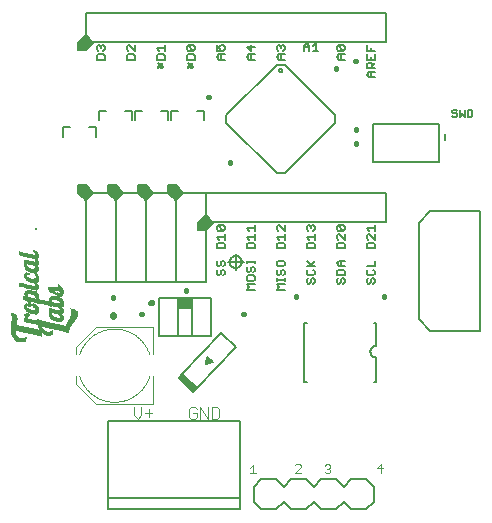
<source format=gto>
G75*
%MOIN*%
%OFA0B0*%
%FSLAX25Y25*%
%IPPOS*%
%LPD*%
%AMOC8*
5,1,8,0,0,1.08239X$1,22.5*
%
%ADD10C,0.00500*%
%ADD11C,0.00300*%
%ADD12C,0.00800*%
%ADD13C,0.01600*%
%ADD14R,0.00787X0.00787*%
%ADD15C,0.00787*%
%ADD16C,0.00400*%
%ADD17C,0.02200*%
%ADD18R,0.00025X0.00325*%
%ADD19R,0.00025X0.00650*%
%ADD20R,0.00025X0.00875*%
%ADD21R,0.00025X0.01000*%
%ADD22R,0.00025X0.01150*%
%ADD23R,0.00025X0.01275*%
%ADD24R,0.00025X0.01400*%
%ADD25R,0.00025X0.01475*%
%ADD26R,0.00025X0.01600*%
%ADD27R,0.00025X0.01675*%
%ADD28R,0.00025X0.01750*%
%ADD29R,0.00025X0.01825*%
%ADD30R,0.00025X0.01875*%
%ADD31R,0.00025X0.01975*%
%ADD32R,0.00025X0.02050*%
%ADD33R,0.00025X0.02125*%
%ADD34R,0.00025X0.02200*%
%ADD35R,0.00025X0.02250*%
%ADD36R,0.00025X0.02300*%
%ADD37R,0.00025X0.02375*%
%ADD38R,0.00025X0.02450*%
%ADD39R,0.00025X0.02475*%
%ADD40R,0.00025X0.02550*%
%ADD41R,0.00025X0.02600*%
%ADD42R,0.00025X0.02675*%
%ADD43R,0.00025X0.02700*%
%ADD44R,0.00025X0.02775*%
%ADD45R,0.00025X0.02825*%
%ADD46R,0.00025X0.02875*%
%ADD47R,0.00025X0.02925*%
%ADD48R,0.00025X0.02975*%
%ADD49R,0.00025X0.03025*%
%ADD50R,0.00025X0.03075*%
%ADD51R,0.00025X0.03125*%
%ADD52R,0.00025X0.03150*%
%ADD53R,0.00025X0.03225*%
%ADD54R,0.00025X0.03250*%
%ADD55R,0.00025X0.03300*%
%ADD56R,0.00025X0.03350*%
%ADD57R,0.00025X0.03400*%
%ADD58R,0.00025X0.03425*%
%ADD59R,0.00025X0.03500*%
%ADD60R,0.00025X0.03525*%
%ADD61R,0.00025X0.03550*%
%ADD62R,0.00025X0.03600*%
%ADD63R,0.00025X0.03650*%
%ADD64R,0.00025X0.03675*%
%ADD65R,0.00025X0.03725*%
%ADD66R,0.00025X0.03775*%
%ADD67R,0.00025X0.03825*%
%ADD68R,0.00025X0.03850*%
%ADD69R,0.00025X0.03875*%
%ADD70R,0.00025X0.03950*%
%ADD71R,0.00025X0.03975*%
%ADD72R,0.00025X0.04000*%
%ADD73R,0.00025X0.04050*%
%ADD74R,0.00025X0.04100*%
%ADD75R,0.00025X0.04125*%
%ADD76R,0.00025X0.04150*%
%ADD77R,0.00025X0.04225*%
%ADD78R,0.00025X0.04250*%
%ADD79R,0.00025X0.04275*%
%ADD80R,0.00025X0.04325*%
%ADD81R,0.00025X0.04350*%
%ADD82R,0.00025X0.04400*%
%ADD83R,0.00025X0.04425*%
%ADD84R,0.00025X0.04475*%
%ADD85R,0.00025X0.04500*%
%ADD86R,0.00025X0.04525*%
%ADD87R,0.00025X0.04600*%
%ADD88R,0.00025X0.04625*%
%ADD89R,0.00025X0.04650*%
%ADD90R,0.00025X0.04675*%
%ADD91R,0.00025X0.04725*%
%ADD92R,0.00025X0.04775*%
%ADD93R,0.00025X0.04800*%
%ADD94R,0.00025X0.04825*%
%ADD95R,0.00025X0.04875*%
%ADD96R,0.00025X0.04900*%
%ADD97R,0.00025X0.04950*%
%ADD98R,0.00025X0.04975*%
%ADD99R,0.00025X0.05050*%
%ADD100R,0.00025X0.05075*%
%ADD101R,0.00025X0.05100*%
%ADD102R,0.00025X0.05150*%
%ADD103R,0.00025X0.03625*%
%ADD104R,0.00025X0.01025*%
%ADD105R,0.00025X0.00700*%
%ADD106R,0.00025X0.03375*%
%ADD107R,0.00025X0.00575*%
%ADD108R,0.00025X0.03275*%
%ADD109R,0.00025X0.00450*%
%ADD110R,0.00025X0.00350*%
%ADD111R,0.00025X0.03175*%
%ADD112R,0.00025X0.00250*%
%ADD113R,0.00025X0.00150*%
%ADD114R,0.00025X0.00050*%
%ADD115R,0.00025X0.03050*%
%ADD116R,0.00025X0.03000*%
%ADD117R,0.00025X0.02950*%
%ADD118R,0.00025X0.03100*%
%ADD119R,0.00025X0.03325*%
%ADD120R,0.00025X0.04025*%
%ADD121R,0.00025X0.03900*%
%ADD122R,0.00025X0.03800*%
%ADD123R,0.00025X0.03750*%
%ADD124R,0.00025X0.03700*%
%ADD125R,0.00025X0.02750*%
%ADD126R,0.00025X0.02625*%
%ADD127R,0.00025X0.02500*%
%ADD128R,0.00025X0.02425*%
%ADD129R,0.00025X0.02325*%
%ADD130R,0.00025X0.02225*%
%ADD131R,0.00025X0.02150*%
%ADD132R,0.00025X0.00025*%
%ADD133R,0.00025X0.00550*%
%ADD134R,0.00025X0.00750*%
%ADD135R,0.00025X0.00975*%
%ADD136R,0.00025X0.00950*%
%ADD137R,0.00025X0.00900*%
%ADD138R,0.00025X0.01100*%
%ADD139R,0.00025X0.01050*%
%ADD140R,0.00025X0.01325*%
%ADD141R,0.00025X0.01450*%
%ADD142R,0.00025X0.01250*%
%ADD143R,0.00025X0.01525*%
%ADD144R,0.00025X0.01375*%
%ADD145R,0.00025X0.01350*%
%ADD146R,0.00025X0.01700*%
%ADD147R,0.00025X0.01625*%
%ADD148R,0.00025X0.01425*%
%ADD149R,0.00025X0.01800*%
%ADD150R,0.00025X0.01725*%
%ADD151R,0.00025X0.01575*%
%ADD152R,0.00025X0.01550*%
%ADD153R,0.00025X0.01900*%
%ADD154R,0.00025X0.01650*%
%ADD155R,0.00025X0.02000*%
%ADD156R,0.00025X0.02075*%
%ADD157R,0.00025X0.01775*%
%ADD158R,0.00025X0.01850*%
%ADD159R,0.00025X0.02275*%
%ADD160R,0.00025X0.01925*%
%ADD161R,0.00025X0.02025*%
%ADD162R,0.00025X0.01950*%
%ADD163R,0.00025X0.02525*%
%ADD164R,0.00025X0.02100*%
%ADD165R,0.00025X0.02575*%
%ADD166R,0.00025X0.02650*%
%ADD167R,0.00025X0.02725*%
%ADD168R,0.00025X0.02175*%
%ADD169R,0.00025X0.02800*%
%ADD170R,0.00025X0.02850*%
%ADD171R,0.00025X0.02900*%
%ADD172R,0.00025X0.07550*%
%ADD173R,0.00025X0.07575*%
%ADD174R,0.00025X0.07600*%
%ADD175R,0.00025X0.07625*%
%ADD176R,0.00025X0.07675*%
%ADD177R,0.00025X0.07700*%
%ADD178R,0.00025X0.03200*%
%ADD179R,0.00025X0.07725*%
%ADD180R,0.00025X0.07775*%
%ADD181R,0.00025X0.00850*%
%ADD182R,0.00025X0.07800*%
%ADD183R,0.00025X0.00825*%
%ADD184R,0.00025X0.07825*%
%ADD185R,0.00025X0.00775*%
%ADD186R,0.00025X0.04075*%
%ADD187R,0.00025X0.03925*%
%ADD188R,0.00025X0.00725*%
%ADD189R,0.00025X0.00675*%
%ADD190R,0.00025X0.01225*%
%ADD191R,0.00025X0.01200*%
%ADD192R,0.00025X0.00075*%
%ADD193R,0.00025X0.01175*%
%ADD194R,0.00025X0.01075*%
%ADD195R,0.00025X0.01125*%
%ADD196R,0.00025X0.01500*%
%ADD197R,0.00025X0.00625*%
%ADD198R,0.00025X0.00600*%
%ADD199R,0.00025X0.00525*%
%ADD200R,0.00025X0.00925*%
%ADD201R,0.00025X0.00225*%
%ADD202R,0.00025X0.00800*%
%ADD203R,0.00025X0.01300*%
%ADD204R,0.00025X0.03475*%
%ADD205R,0.00025X0.03450*%
%ADD206R,0.00025X0.00300*%
%ADD207R,0.00025X0.00125*%
%ADD208R,0.00025X0.00400*%
%ADD209R,0.00025X0.05350*%
%ADD210R,0.00025X0.05375*%
%ADD211R,0.00025X0.02400*%
%ADD212R,0.00025X0.02350*%
%ADD213R,0.00025X0.07000*%
%ADD214R,0.00025X0.05500*%
%ADD215R,0.00025X0.07025*%
%ADD216R,0.00025X0.03575*%
%ADD217R,0.00025X0.05525*%
%ADD218R,0.00025X0.07075*%
%ADD219R,0.00025X0.05575*%
%ADD220R,0.00025X0.05600*%
%ADD221R,0.00025X0.07125*%
%ADD222R,0.00025X0.05625*%
%ADD223R,0.00025X0.07150*%
%ADD224R,0.00025X0.05650*%
%ADD225R,0.00025X0.07175*%
%ADD226R,0.00025X0.05675*%
%ADD227R,0.00025X0.07200*%
%ADD228R,0.00025X0.05725*%
%ADD229R,0.00025X0.07225*%
%ADD230R,0.00025X0.04200*%
%ADD231R,0.00025X0.07250*%
%ADD232R,0.00025X0.08325*%
%ADD233R,0.00025X0.05025*%
%ADD234R,0.00025X0.04750*%
%ADD235R,0.00025X0.00175*%
%ADD236R,0.00025X0.00375*%
%ADD237R,0.00025X0.00475*%
%ADD238R,0.00025X0.00100*%
%ADD239R,0.00025X0.05225*%
%ADD240R,0.00025X0.05250*%
%ADD241R,0.00025X0.05300*%
%ADD242R,0.00025X0.05325*%
%ADD243R,0.00025X0.05400*%
%ADD244R,0.00025X0.05425*%
%ADD245R,0.00025X0.08550*%
%ADD246R,0.00025X0.08525*%
%ADD247R,0.00025X0.08500*%
%ADD248R,0.00025X0.08475*%
%ADD249R,0.00025X0.08450*%
%ADD250R,0.00025X0.08400*%
%ADD251R,0.00025X0.08375*%
%ADD252R,0.00025X0.08300*%
%ADD253R,0.00025X0.08250*%
%ADD254R,0.00025X0.08225*%
%ADD255R,0.00025X0.08175*%
%ADD256R,0.00025X0.08150*%
%ADD257R,0.00025X0.08100*%
%ADD258R,0.00025X0.08075*%
%ADD259R,0.00025X0.08050*%
%ADD260R,0.00025X0.08000*%
%ADD261R,0.00025X0.07950*%
%ADD262R,0.00025X0.07900*%
%ADD263R,0.00025X0.07850*%
%ADD264R,0.00025X0.07500*%
%ADD265R,0.00025X0.07425*%
%ADD266R,0.00025X0.07350*%
%ADD267R,0.00025X0.07325*%
%ADD268R,0.00025X0.05200*%
%ADD269R,0.00025X0.00500*%
%ADD270R,0.00025X0.00275*%
D10*
X0144436Y0088755D02*
X0149315Y0084173D01*
X0150393Y0085321D01*
X0145514Y0089903D01*
X0144436Y0088755D01*
X0144543Y0088869D02*
X0146615Y0088869D01*
X0146084Y0089368D02*
X0145011Y0089368D01*
X0145479Y0089866D02*
X0145553Y0089866D01*
X0145514Y0089903D02*
X0150393Y0085321D01*
X0163329Y0099097D01*
X0158450Y0103679D01*
X0145514Y0089903D01*
X0144845Y0088370D02*
X0147146Y0088370D01*
X0147677Y0087872D02*
X0145376Y0087872D01*
X0145907Y0087373D02*
X0148208Y0087373D01*
X0148739Y0086875D02*
X0146438Y0086875D01*
X0146969Y0086376D02*
X0149269Y0086376D01*
X0149800Y0085878D02*
X0147500Y0085878D01*
X0148031Y0085379D02*
X0150331Y0085379D01*
X0149979Y0084881D02*
X0148562Y0084881D01*
X0149092Y0084382D02*
X0149511Y0084382D01*
X0153478Y0093496D02*
X0155687Y0094122D01*
X0153965Y0095739D01*
X0153478Y0093496D01*
X0153556Y0093854D02*
X0154743Y0093854D01*
X0155441Y0094353D02*
X0153664Y0094353D01*
X0153772Y0094851D02*
X0154910Y0094851D01*
X0154380Y0095350D02*
X0153881Y0095350D01*
X0155083Y0102701D02*
X0148784Y0102701D01*
X0148784Y0115299D01*
X0144060Y0115299D01*
X0144060Y0102701D01*
X0137760Y0102701D01*
X0137760Y0115299D01*
X0144060Y0115299D01*
X0144060Y0112150D01*
X0148784Y0112150D01*
X0148784Y0115299D01*
X0155083Y0115299D01*
X0155083Y0102701D01*
X0148784Y0102701D02*
X0144060Y0102701D01*
X0144060Y0112299D02*
X0148784Y0112299D01*
X0148784Y0112798D02*
X0144060Y0112798D01*
X0144060Y0113296D02*
X0148784Y0113296D01*
X0148784Y0113795D02*
X0144060Y0113795D01*
X0144060Y0114293D02*
X0148784Y0114293D01*
X0148784Y0114792D02*
X0144060Y0114792D01*
X0144060Y0115290D02*
X0148784Y0115290D01*
X0148784Y0115299D02*
X0144060Y0115299D01*
X0136159Y0113928D02*
X0136186Y0113724D01*
X0136159Y0113521D01*
X0136080Y0113331D01*
X0135955Y0113168D01*
X0135792Y0113042D01*
X0135602Y0112964D01*
X0135398Y0112937D01*
X0135194Y0112964D01*
X0135004Y0113042D01*
X0134841Y0113168D01*
X0134716Y0113331D01*
X0134638Y0113521D01*
X0134611Y0113724D01*
X0134638Y0113928D01*
X0134716Y0114118D01*
X0134841Y0114281D01*
X0135004Y0114406D01*
X0135194Y0114485D01*
X0135398Y0114512D01*
X0135602Y0114485D01*
X0135792Y0114406D01*
X0135955Y0114281D01*
X0136080Y0114118D01*
X0136159Y0113928D01*
X0136176Y0113795D02*
X0134620Y0113795D01*
X0134743Y0113296D02*
X0136053Y0113296D01*
X0135939Y0114293D02*
X0134857Y0114293D01*
X0133500Y0120579D02*
X0133500Y0150421D01*
X0143343Y0150421D01*
X0143343Y0120579D01*
X0133500Y0120579D01*
X0133343Y0120579D02*
X0123500Y0120579D01*
X0123500Y0150421D01*
X0133343Y0150421D01*
X0133343Y0120579D01*
X0143500Y0120579D02*
X0143500Y0150421D01*
X0153343Y0150421D01*
X0153343Y0120579D01*
X0143500Y0120579D01*
X0157069Y0123521D02*
X0157520Y0123071D01*
X0157970Y0123071D01*
X0158421Y0123521D01*
X0158421Y0124422D01*
X0158871Y0124872D01*
X0159321Y0124872D01*
X0159772Y0124422D01*
X0159772Y0123521D01*
X0159321Y0123071D01*
X0157069Y0123521D02*
X0157069Y0124422D01*
X0157520Y0124872D01*
X0157520Y0126017D02*
X0157970Y0126017D01*
X0158421Y0126468D01*
X0158421Y0127369D01*
X0158871Y0127819D01*
X0159321Y0127819D01*
X0159772Y0127369D01*
X0159772Y0126468D01*
X0159321Y0126017D01*
X0157520Y0126017D02*
X0157069Y0126468D01*
X0157069Y0127369D01*
X0157520Y0127819D01*
X0160760Y0127500D02*
X0163422Y0127500D01*
X0161422Y0127500D02*
X0161424Y0127589D01*
X0161430Y0127678D01*
X0161440Y0127767D01*
X0161454Y0127855D01*
X0161471Y0127942D01*
X0161493Y0128028D01*
X0161519Y0128114D01*
X0161548Y0128198D01*
X0161581Y0128281D01*
X0161617Y0128362D01*
X0161658Y0128442D01*
X0161701Y0128519D01*
X0161748Y0128595D01*
X0161799Y0128668D01*
X0161852Y0128739D01*
X0161909Y0128808D01*
X0161969Y0128874D01*
X0162032Y0128938D01*
X0162097Y0128998D01*
X0162165Y0129056D01*
X0162236Y0129110D01*
X0162309Y0129161D01*
X0162384Y0129209D01*
X0162461Y0129254D01*
X0162540Y0129295D01*
X0162621Y0129332D01*
X0162703Y0129366D01*
X0162787Y0129397D01*
X0162872Y0129423D01*
X0162958Y0129446D01*
X0163045Y0129464D01*
X0163133Y0129479D01*
X0163222Y0129490D01*
X0163311Y0129497D01*
X0163400Y0129500D01*
X0163489Y0129499D01*
X0163578Y0129494D01*
X0163666Y0129485D01*
X0163755Y0129472D01*
X0163842Y0129455D01*
X0163929Y0129435D01*
X0164015Y0129410D01*
X0164099Y0129382D01*
X0164182Y0129350D01*
X0164264Y0129314D01*
X0164344Y0129275D01*
X0164422Y0129232D01*
X0164498Y0129186D01*
X0164572Y0129136D01*
X0164644Y0129083D01*
X0164713Y0129027D01*
X0164780Y0128968D01*
X0164844Y0128906D01*
X0164905Y0128842D01*
X0164964Y0128774D01*
X0165019Y0128704D01*
X0165071Y0128632D01*
X0165120Y0128557D01*
X0165165Y0128481D01*
X0165207Y0128402D01*
X0165245Y0128322D01*
X0165280Y0128240D01*
X0165311Y0128156D01*
X0165339Y0128071D01*
X0165362Y0127985D01*
X0165382Y0127898D01*
X0165398Y0127811D01*
X0165410Y0127722D01*
X0165418Y0127634D01*
X0165422Y0127545D01*
X0165422Y0127455D01*
X0165418Y0127366D01*
X0165410Y0127278D01*
X0165398Y0127189D01*
X0165382Y0127102D01*
X0165362Y0127015D01*
X0165339Y0126929D01*
X0165311Y0126844D01*
X0165280Y0126760D01*
X0165245Y0126678D01*
X0165207Y0126598D01*
X0165165Y0126519D01*
X0165120Y0126443D01*
X0165071Y0126368D01*
X0165019Y0126296D01*
X0164964Y0126226D01*
X0164905Y0126158D01*
X0164844Y0126094D01*
X0164780Y0126032D01*
X0164713Y0125973D01*
X0164644Y0125917D01*
X0164572Y0125864D01*
X0164498Y0125814D01*
X0164422Y0125768D01*
X0164344Y0125725D01*
X0164264Y0125686D01*
X0164182Y0125650D01*
X0164099Y0125618D01*
X0164015Y0125590D01*
X0163929Y0125565D01*
X0163842Y0125545D01*
X0163755Y0125528D01*
X0163666Y0125515D01*
X0163578Y0125506D01*
X0163489Y0125501D01*
X0163400Y0125500D01*
X0163311Y0125503D01*
X0163222Y0125510D01*
X0163133Y0125521D01*
X0163045Y0125536D01*
X0162958Y0125554D01*
X0162872Y0125577D01*
X0162787Y0125603D01*
X0162703Y0125634D01*
X0162621Y0125668D01*
X0162540Y0125705D01*
X0162461Y0125746D01*
X0162384Y0125791D01*
X0162309Y0125839D01*
X0162236Y0125890D01*
X0162165Y0125944D01*
X0162097Y0126002D01*
X0162032Y0126062D01*
X0161969Y0126126D01*
X0161909Y0126192D01*
X0161852Y0126261D01*
X0161799Y0126332D01*
X0161748Y0126405D01*
X0161701Y0126481D01*
X0161658Y0126558D01*
X0161617Y0126638D01*
X0161581Y0126719D01*
X0161548Y0126802D01*
X0161519Y0126886D01*
X0161493Y0126972D01*
X0161471Y0127058D01*
X0161454Y0127145D01*
X0161440Y0127233D01*
X0161430Y0127322D01*
X0161424Y0127411D01*
X0161422Y0127500D01*
X0163422Y0127500D02*
X0163422Y0124839D01*
X0163422Y0127500D02*
X0166083Y0127500D01*
X0167069Y0127450D02*
X0169772Y0127450D01*
X0169772Y0127000D02*
X0169772Y0127900D01*
X0169321Y0125855D02*
X0169772Y0125404D01*
X0169772Y0124503D01*
X0169321Y0124053D01*
X0168421Y0124503D02*
X0167970Y0124053D01*
X0167520Y0124053D01*
X0167069Y0124503D01*
X0167069Y0125404D01*
X0167520Y0125855D01*
X0168421Y0125404D02*
X0168871Y0125855D01*
X0169321Y0125855D01*
X0168421Y0125404D02*
X0168421Y0124503D01*
X0169321Y0122908D02*
X0167520Y0122908D01*
X0167069Y0122458D01*
X0167069Y0121557D01*
X0167520Y0121107D01*
X0169321Y0121107D01*
X0169772Y0121557D01*
X0169772Y0122458D01*
X0169321Y0122908D01*
X0169772Y0119962D02*
X0167069Y0119962D01*
X0167970Y0119061D01*
X0167069Y0118160D01*
X0169772Y0118160D01*
X0177069Y0118160D02*
X0177970Y0119061D01*
X0177069Y0119962D01*
X0179772Y0119962D01*
X0179772Y0121107D02*
X0179772Y0122007D01*
X0179772Y0121557D02*
X0177069Y0121557D01*
X0177069Y0121107D02*
X0177069Y0122007D01*
X0177520Y0123071D02*
X0177970Y0123071D01*
X0178421Y0123521D01*
X0178421Y0124422D01*
X0178871Y0124872D01*
X0179321Y0124872D01*
X0179772Y0124422D01*
X0179772Y0123521D01*
X0179321Y0123071D01*
X0177520Y0123071D02*
X0177069Y0123521D01*
X0177069Y0124422D01*
X0177520Y0124872D01*
X0177520Y0126017D02*
X0179321Y0126017D01*
X0179772Y0126468D01*
X0179772Y0127369D01*
X0179321Y0127819D01*
X0177520Y0127819D01*
X0177069Y0127369D01*
X0177069Y0126468D01*
X0177520Y0126017D01*
X0187069Y0126017D02*
X0189772Y0126017D01*
X0188871Y0126017D02*
X0187069Y0127819D01*
X0188421Y0126468D02*
X0189772Y0127819D01*
X0189321Y0124872D02*
X0189772Y0124422D01*
X0189772Y0123521D01*
X0189321Y0123071D01*
X0187520Y0123071D01*
X0187069Y0123521D01*
X0187069Y0124422D01*
X0187520Y0124872D01*
X0187520Y0121926D02*
X0187069Y0121476D01*
X0187069Y0120575D01*
X0187520Y0120124D01*
X0187970Y0120124D01*
X0188421Y0120575D01*
X0188421Y0121476D01*
X0188871Y0121926D01*
X0189321Y0121926D01*
X0189772Y0121476D01*
X0189772Y0120575D01*
X0189321Y0120124D01*
X0197069Y0120575D02*
X0197520Y0120124D01*
X0197970Y0120124D01*
X0198421Y0120575D01*
X0198421Y0121476D01*
X0198871Y0121926D01*
X0199321Y0121926D01*
X0199772Y0121476D01*
X0199772Y0120575D01*
X0199321Y0120124D01*
X0197069Y0120575D02*
X0197069Y0121476D01*
X0197520Y0121926D01*
X0197069Y0123071D02*
X0197069Y0124422D01*
X0197520Y0124872D01*
X0199321Y0124872D01*
X0199772Y0124422D01*
X0199772Y0123071D01*
X0197069Y0123071D01*
X0197970Y0126017D02*
X0197069Y0126918D01*
X0197970Y0127819D01*
X0199772Y0127819D01*
X0198421Y0127819D02*
X0198421Y0126017D01*
X0197970Y0126017D02*
X0199772Y0126017D01*
X0207069Y0126017D02*
X0209772Y0126017D01*
X0209772Y0127819D01*
X0209321Y0124872D02*
X0209772Y0124422D01*
X0209772Y0123521D01*
X0209321Y0123071D01*
X0207520Y0123071D01*
X0207069Y0123521D01*
X0207069Y0124422D01*
X0207520Y0124872D01*
X0207520Y0121926D02*
X0207069Y0121476D01*
X0207069Y0120575D01*
X0207520Y0120124D01*
X0207970Y0120124D01*
X0208421Y0120575D01*
X0208421Y0121476D01*
X0208871Y0121926D01*
X0209321Y0121926D01*
X0209772Y0121476D01*
X0209772Y0120575D01*
X0209321Y0120124D01*
X0209772Y0131910D02*
X0209772Y0133262D01*
X0209321Y0133712D01*
X0207520Y0133712D01*
X0207069Y0133262D01*
X0207069Y0131910D01*
X0209772Y0131910D01*
X0209772Y0134857D02*
X0207970Y0136659D01*
X0207520Y0136659D01*
X0207069Y0136208D01*
X0207069Y0135307D01*
X0207520Y0134857D01*
X0209772Y0134857D02*
X0209772Y0136659D01*
X0209772Y0137803D02*
X0209772Y0139605D01*
X0209772Y0138704D02*
X0207069Y0138704D01*
X0207970Y0137803D01*
X0213343Y0140579D02*
X0153500Y0140579D01*
X0153500Y0150421D01*
X0213343Y0150421D01*
X0213343Y0140579D01*
X0224367Y0140457D02*
X0228304Y0144394D01*
X0244662Y0144394D01*
X0244662Y0104394D01*
X0228304Y0104394D01*
X0224367Y0108331D01*
X0224367Y0140457D01*
X0199772Y0139155D02*
X0199772Y0138254D01*
X0199321Y0137803D01*
X0197520Y0139605D01*
X0199321Y0139605D01*
X0199772Y0139155D01*
X0199321Y0137803D02*
X0197520Y0137803D01*
X0197069Y0138254D01*
X0197069Y0139155D01*
X0197520Y0139605D01*
X0189772Y0139155D02*
X0189772Y0138254D01*
X0189321Y0137803D01*
X0189772Y0136659D02*
X0189772Y0134857D01*
X0189772Y0135758D02*
X0187069Y0135758D01*
X0187970Y0134857D01*
X0187520Y0133712D02*
X0187069Y0133262D01*
X0187069Y0131910D01*
X0189772Y0131910D01*
X0189772Y0133262D01*
X0189321Y0133712D01*
X0187520Y0133712D01*
X0187520Y0137803D02*
X0187069Y0138254D01*
X0187069Y0139155D01*
X0187520Y0139605D01*
X0187970Y0139605D01*
X0188421Y0139155D01*
X0188871Y0139605D01*
X0189321Y0139605D01*
X0189772Y0139155D01*
X0188421Y0139155D02*
X0188421Y0138704D01*
X0179772Y0137803D02*
X0177970Y0139605D01*
X0177520Y0139605D01*
X0177069Y0139155D01*
X0177069Y0138254D01*
X0177520Y0137803D01*
X0177069Y0135758D02*
X0179772Y0135758D01*
X0179772Y0134857D02*
X0179772Y0136659D01*
X0179772Y0137803D02*
X0179772Y0139605D01*
X0177069Y0135758D02*
X0177970Y0134857D01*
X0177520Y0133712D02*
X0177069Y0133262D01*
X0177069Y0131910D01*
X0179772Y0131910D01*
X0179772Y0133262D01*
X0179321Y0133712D01*
X0177520Y0133712D01*
X0169772Y0133262D02*
X0169772Y0131910D01*
X0167069Y0131910D01*
X0167069Y0133262D01*
X0167520Y0133712D01*
X0169321Y0133712D01*
X0169772Y0133262D01*
X0169772Y0134857D02*
X0169772Y0136659D01*
X0169772Y0135758D02*
X0167069Y0135758D01*
X0167970Y0134857D01*
X0167970Y0137803D02*
X0167069Y0138704D01*
X0169772Y0138704D01*
X0169772Y0137803D02*
X0169772Y0139605D01*
X0159772Y0139155D02*
X0159772Y0138254D01*
X0159321Y0137803D01*
X0157520Y0139605D01*
X0159321Y0139605D01*
X0159772Y0139155D01*
X0159321Y0137803D02*
X0157520Y0137803D01*
X0157069Y0138254D01*
X0157069Y0139155D01*
X0157520Y0139605D01*
X0155922Y0140500D02*
X0153422Y0143000D01*
X0150922Y0140500D01*
X0150922Y0138000D01*
X0153422Y0138000D01*
X0155922Y0140500D01*
X0155708Y0140714D02*
X0151136Y0140714D01*
X0150922Y0140216D02*
X0155637Y0140216D01*
X0155139Y0139717D02*
X0150922Y0139717D01*
X0150922Y0139219D02*
X0154640Y0139219D01*
X0154142Y0138720D02*
X0150922Y0138720D01*
X0150922Y0138222D02*
X0153643Y0138222D01*
X0157069Y0135758D02*
X0159772Y0135758D01*
X0159772Y0134857D02*
X0159772Y0136659D01*
X0157970Y0134857D02*
X0157069Y0135758D01*
X0157520Y0133712D02*
X0157069Y0133262D01*
X0157069Y0131910D01*
X0159772Y0131910D01*
X0159772Y0133262D01*
X0159321Y0133712D01*
X0157520Y0133712D01*
X0163422Y0130161D02*
X0163422Y0127500D01*
X0167069Y0127900D02*
X0167069Y0127000D01*
X0177069Y0118160D02*
X0179772Y0118160D01*
X0197069Y0131910D02*
X0197069Y0133262D01*
X0197520Y0133712D01*
X0199321Y0133712D01*
X0199772Y0133262D01*
X0199772Y0131910D01*
X0197069Y0131910D01*
X0197520Y0134857D02*
X0197069Y0135307D01*
X0197069Y0136208D01*
X0197520Y0136659D01*
X0197970Y0136659D01*
X0199772Y0134857D01*
X0199772Y0136659D01*
X0155209Y0141213D02*
X0151634Y0141213D01*
X0152133Y0141711D02*
X0154711Y0141711D01*
X0154212Y0142210D02*
X0152631Y0142210D01*
X0153130Y0142708D02*
X0153714Y0142708D01*
X0145922Y0150500D02*
X0143422Y0148000D01*
X0140922Y0150500D01*
X0140922Y0153000D01*
X0143422Y0153000D01*
X0145922Y0150500D01*
X0145737Y0150684D02*
X0140922Y0150684D01*
X0140922Y0151183D02*
X0145239Y0151183D01*
X0144740Y0151681D02*
X0140922Y0151681D01*
X0140922Y0152180D02*
X0144242Y0152180D01*
X0143743Y0152678D02*
X0140922Y0152678D01*
X0141236Y0150186D02*
X0145608Y0150186D01*
X0145109Y0149687D02*
X0141734Y0149687D01*
X0142233Y0149189D02*
X0144611Y0149189D01*
X0144112Y0148690D02*
X0142731Y0148690D01*
X0143230Y0148192D02*
X0143614Y0148192D01*
X0135922Y0150500D02*
X0133422Y0153000D01*
X0130922Y0153000D01*
X0130922Y0150500D01*
X0133422Y0148000D01*
X0135922Y0150500D01*
X0135737Y0150684D02*
X0130922Y0150684D01*
X0130922Y0151183D02*
X0135239Y0151183D01*
X0134740Y0151681D02*
X0130922Y0151681D01*
X0130922Y0152180D02*
X0134242Y0152180D01*
X0133743Y0152678D02*
X0130922Y0152678D01*
X0131236Y0150186D02*
X0135608Y0150186D01*
X0135109Y0149687D02*
X0131734Y0149687D01*
X0132233Y0149189D02*
X0134611Y0149189D01*
X0134112Y0148690D02*
X0132731Y0148690D01*
X0133230Y0148192D02*
X0133614Y0148192D01*
X0125922Y0150500D02*
X0123422Y0153000D01*
X0120922Y0153000D01*
X0120922Y0150500D01*
X0123422Y0148000D01*
X0125922Y0150500D01*
X0125737Y0150684D02*
X0120922Y0150684D01*
X0120922Y0151183D02*
X0125239Y0151183D01*
X0124740Y0151681D02*
X0120922Y0151681D01*
X0120922Y0152180D02*
X0124242Y0152180D01*
X0123743Y0152678D02*
X0120922Y0152678D01*
X0121236Y0150186D02*
X0125608Y0150186D01*
X0125109Y0149687D02*
X0121734Y0149687D01*
X0122233Y0149189D02*
X0124611Y0149189D01*
X0124112Y0148690D02*
X0122731Y0148690D01*
X0123230Y0148192D02*
X0123614Y0148192D01*
X0123343Y0150421D02*
X0113500Y0150421D01*
X0113500Y0120579D01*
X0123343Y0120579D01*
X0123343Y0150421D01*
X0115922Y0150500D02*
X0113422Y0148000D01*
X0110922Y0150500D01*
X0110922Y0153000D01*
X0113422Y0153000D01*
X0115922Y0150500D01*
X0115737Y0150684D02*
X0110922Y0150684D01*
X0110922Y0151183D02*
X0115239Y0151183D01*
X0114740Y0151681D02*
X0110922Y0151681D01*
X0110922Y0152180D02*
X0114242Y0152180D01*
X0113743Y0152678D02*
X0110922Y0152678D01*
X0111236Y0150186D02*
X0115608Y0150186D01*
X0115109Y0149687D02*
X0111734Y0149687D01*
X0112233Y0149189D02*
X0114611Y0149189D01*
X0114112Y0148690D02*
X0112731Y0148690D01*
X0113230Y0148192D02*
X0113614Y0148192D01*
X0137520Y0191910D02*
X0139321Y0193712D01*
X0138421Y0193712D02*
X0138421Y0191910D01*
X0139321Y0191910D02*
X0137520Y0193712D01*
X0137520Y0192811D02*
X0139321Y0192811D01*
X0139772Y0194857D02*
X0137069Y0194857D01*
X0137069Y0196208D01*
X0137520Y0196659D01*
X0139321Y0196659D01*
X0139772Y0196208D01*
X0139772Y0194857D01*
X0139772Y0197803D02*
X0139772Y0199605D01*
X0139772Y0198704D02*
X0137069Y0198704D01*
X0137970Y0197803D01*
X0129772Y0197803D02*
X0127970Y0199605D01*
X0127520Y0199605D01*
X0127069Y0199155D01*
X0127069Y0198254D01*
X0127520Y0197803D01*
X0127520Y0196659D02*
X0127069Y0196208D01*
X0127069Y0194857D01*
X0129772Y0194857D01*
X0129772Y0196208D01*
X0129321Y0196659D01*
X0127520Y0196659D01*
X0129772Y0197803D02*
X0129772Y0199605D01*
X0119772Y0199155D02*
X0119772Y0198254D01*
X0119321Y0197803D01*
X0119321Y0196659D02*
X0117520Y0196659D01*
X0117069Y0196208D01*
X0117069Y0194857D01*
X0119772Y0194857D01*
X0119772Y0196208D01*
X0119321Y0196659D01*
X0117520Y0197803D02*
X0117069Y0198254D01*
X0117069Y0199155D01*
X0117520Y0199605D01*
X0117970Y0199605D01*
X0118421Y0199155D01*
X0118871Y0199605D01*
X0119321Y0199605D01*
X0119772Y0199155D01*
X0118421Y0199155D02*
X0118421Y0198704D01*
X0115922Y0200500D02*
X0113422Y0203000D01*
X0110922Y0200500D01*
X0110922Y0198000D01*
X0113422Y0198000D01*
X0115922Y0200500D01*
X0115886Y0200536D02*
X0110957Y0200536D01*
X0110922Y0200037D02*
X0115459Y0200037D01*
X0114960Y0199539D02*
X0110922Y0199539D01*
X0110922Y0199040D02*
X0114462Y0199040D01*
X0113963Y0198541D02*
X0110922Y0198541D01*
X0110922Y0198043D02*
X0113465Y0198043D01*
X0113500Y0200579D02*
X0113500Y0210421D01*
X0213343Y0210421D01*
X0213343Y0200579D01*
X0113500Y0200579D01*
X0114889Y0201533D02*
X0111954Y0201533D01*
X0112453Y0202031D02*
X0114391Y0202031D01*
X0113892Y0202530D02*
X0112951Y0202530D01*
X0111456Y0201034D02*
X0115388Y0201034D01*
X0147069Y0199155D02*
X0147069Y0198254D01*
X0147520Y0197803D01*
X0149321Y0197803D01*
X0147520Y0199605D01*
X0149321Y0199605D01*
X0149772Y0199155D01*
X0149772Y0198254D01*
X0149321Y0197803D01*
X0149321Y0196659D02*
X0147520Y0196659D01*
X0147069Y0196208D01*
X0147069Y0194857D01*
X0149772Y0194857D01*
X0149772Y0196208D01*
X0149321Y0196659D01*
X0149321Y0193712D02*
X0147520Y0191910D01*
X0148421Y0191910D02*
X0148421Y0193712D01*
X0147520Y0193712D02*
X0149321Y0191910D01*
X0149321Y0192811D02*
X0147520Y0192811D01*
X0157069Y0195758D02*
X0157970Y0196659D01*
X0159772Y0196659D01*
X0159321Y0197803D02*
X0159772Y0198254D01*
X0159772Y0199155D01*
X0159321Y0199605D01*
X0158421Y0199605D01*
X0157970Y0199155D01*
X0157970Y0198704D01*
X0158421Y0197803D01*
X0157069Y0197803D01*
X0157069Y0199605D01*
X0158421Y0196659D02*
X0158421Y0194857D01*
X0157970Y0194857D02*
X0157069Y0195758D01*
X0157970Y0194857D02*
X0159772Y0194857D01*
X0167069Y0195758D02*
X0167970Y0196659D01*
X0169772Y0196659D01*
X0168421Y0196659D02*
X0168421Y0194857D01*
X0167970Y0194857D02*
X0167069Y0195758D01*
X0167970Y0194857D02*
X0169772Y0194857D01*
X0168421Y0197803D02*
X0168421Y0199605D01*
X0169772Y0199155D02*
X0167069Y0199155D01*
X0168421Y0197803D01*
X0177069Y0198254D02*
X0177069Y0199155D01*
X0177520Y0199605D01*
X0177970Y0199605D01*
X0178421Y0199155D01*
X0178871Y0199605D01*
X0179321Y0199605D01*
X0179772Y0199155D01*
X0179772Y0198254D01*
X0179321Y0197803D01*
X0179772Y0196659D02*
X0177970Y0196659D01*
X0177069Y0195758D01*
X0177970Y0194857D01*
X0179772Y0194857D01*
X0178421Y0194857D02*
X0178421Y0196659D01*
X0177520Y0197803D02*
X0177069Y0198254D01*
X0178421Y0198704D02*
X0178421Y0199155D01*
X0186172Y0199001D02*
X0187973Y0199001D01*
X0187973Y0199452D02*
X0187973Y0197650D01*
X0189118Y0197650D02*
X0190920Y0197650D01*
X0190019Y0197650D02*
X0190019Y0200352D01*
X0189118Y0199452D01*
X0187973Y0199452D02*
X0187073Y0200352D01*
X0186172Y0199452D01*
X0186172Y0197650D01*
X0197069Y0198254D02*
X0197069Y0199155D01*
X0197520Y0199605D01*
X0199321Y0197803D01*
X0199772Y0198254D01*
X0199772Y0199155D01*
X0199321Y0199605D01*
X0197520Y0199605D01*
X0197069Y0198254D02*
X0197520Y0197803D01*
X0199321Y0197803D01*
X0199772Y0196659D02*
X0197970Y0196659D01*
X0197069Y0195758D01*
X0197970Y0194857D01*
X0199772Y0194857D01*
X0198421Y0194857D02*
X0198421Y0196659D01*
X0207069Y0196659D02*
X0207069Y0194857D01*
X0209772Y0194857D01*
X0209772Y0196659D01*
X0209772Y0197803D02*
X0207069Y0197803D01*
X0207069Y0199605D01*
X0208421Y0198704D02*
X0208421Y0197803D01*
X0208421Y0195758D02*
X0208421Y0194857D01*
X0208421Y0193712D02*
X0208871Y0193262D01*
X0208871Y0191910D01*
X0209772Y0191910D02*
X0207069Y0191910D01*
X0207069Y0193262D01*
X0207520Y0193712D01*
X0208421Y0193712D01*
X0208871Y0192811D02*
X0209772Y0193712D01*
X0209772Y0190765D02*
X0207970Y0190765D01*
X0207069Y0189865D01*
X0207970Y0188964D01*
X0209772Y0188964D01*
X0208421Y0188964D02*
X0208421Y0190765D01*
X0235554Y0177768D02*
X0235554Y0177385D01*
X0235938Y0177001D01*
X0236705Y0177001D01*
X0237089Y0176617D01*
X0237089Y0176234D01*
X0236705Y0175850D01*
X0235938Y0175850D01*
X0235554Y0176234D01*
X0235554Y0177768D02*
X0235938Y0178152D01*
X0236705Y0178152D01*
X0237089Y0177768D01*
X0238133Y0178152D02*
X0238133Y0175850D01*
X0238900Y0176617D01*
X0239667Y0175850D01*
X0239667Y0178152D01*
X0240711Y0178152D02*
X0241862Y0178152D01*
X0242245Y0177768D01*
X0242245Y0176234D01*
X0241862Y0175850D01*
X0240711Y0175850D01*
X0240711Y0178152D01*
X0231145Y0173499D02*
X0231145Y0160901D01*
X0209098Y0160901D01*
X0209098Y0173499D01*
X0231145Y0173499D01*
X0177863Y0191263D02*
X0177865Y0191310D01*
X0177871Y0191356D01*
X0177881Y0191402D01*
X0177894Y0191447D01*
X0177911Y0191490D01*
X0177932Y0191532D01*
X0177956Y0191572D01*
X0177984Y0191610D01*
X0178015Y0191646D01*
X0178048Y0191678D01*
X0178084Y0191708D01*
X0178122Y0191735D01*
X0178163Y0191758D01*
X0178205Y0191778D01*
X0178249Y0191795D01*
X0178294Y0191807D01*
X0178340Y0191816D01*
X0178387Y0191821D01*
X0178434Y0191822D01*
X0178480Y0191819D01*
X0178527Y0191812D01*
X0178572Y0191801D01*
X0178617Y0191787D01*
X0178660Y0191769D01*
X0178701Y0191747D01*
X0178741Y0191722D01*
X0178778Y0191694D01*
X0178813Y0191662D01*
X0178845Y0191628D01*
X0178874Y0191592D01*
X0178900Y0191553D01*
X0178923Y0191512D01*
X0178942Y0191469D01*
X0178957Y0191425D01*
X0178969Y0191379D01*
X0178977Y0191333D01*
X0178981Y0191286D01*
X0178981Y0191240D01*
X0178977Y0191193D01*
X0178969Y0191147D01*
X0178957Y0191101D01*
X0178942Y0191057D01*
X0178923Y0191014D01*
X0178900Y0190973D01*
X0178874Y0190934D01*
X0178845Y0190898D01*
X0178813Y0190864D01*
X0178778Y0190832D01*
X0178741Y0190804D01*
X0178702Y0190779D01*
X0178660Y0190757D01*
X0178617Y0190739D01*
X0178572Y0190725D01*
X0178527Y0190714D01*
X0178480Y0190707D01*
X0178434Y0190704D01*
X0178387Y0190705D01*
X0178340Y0190710D01*
X0178294Y0190719D01*
X0178249Y0190731D01*
X0178205Y0190748D01*
X0178163Y0190768D01*
X0178122Y0190791D01*
X0178084Y0190818D01*
X0178048Y0190848D01*
X0178015Y0190880D01*
X0177984Y0190916D01*
X0177956Y0190954D01*
X0177932Y0190994D01*
X0177911Y0191036D01*
X0177894Y0191079D01*
X0177881Y0191124D01*
X0177871Y0191170D01*
X0177865Y0191216D01*
X0177863Y0191263D01*
X0147520Y0199605D02*
X0147069Y0199155D01*
D11*
X0148589Y0078903D02*
X0147972Y0078286D01*
X0147972Y0075817D01*
X0148589Y0075200D01*
X0149823Y0075200D01*
X0150441Y0075817D01*
X0150441Y0077052D01*
X0149206Y0077052D01*
X0150441Y0078286D02*
X0149823Y0078903D01*
X0148589Y0078903D01*
X0151655Y0078903D02*
X0154124Y0075200D01*
X0154124Y0078903D01*
X0155338Y0078903D02*
X0155338Y0075200D01*
X0157190Y0075200D01*
X0157807Y0075817D01*
X0157807Y0078286D01*
X0157190Y0078903D01*
X0155338Y0078903D01*
X0151655Y0078903D02*
X0151655Y0075200D01*
X0135624Y0077052D02*
X0133155Y0077052D01*
X0131941Y0076434D02*
X0131941Y0078903D01*
X0131941Y0076434D02*
X0130706Y0075200D01*
X0129472Y0076434D01*
X0129472Y0078903D01*
X0134389Y0078286D02*
X0134389Y0075817D01*
X0168108Y0058855D02*
X0169076Y0059822D01*
X0169076Y0056920D01*
X0170043Y0056920D02*
X0168108Y0056920D01*
X0183088Y0057180D02*
X0185023Y0059115D01*
X0185023Y0059599D01*
X0184540Y0060082D01*
X0183572Y0060082D01*
X0183088Y0059599D01*
X0183088Y0057180D02*
X0185023Y0057180D01*
X0193018Y0057514D02*
X0193502Y0057030D01*
X0194470Y0057030D01*
X0194953Y0057514D01*
X0194953Y0057997D01*
X0194470Y0058481D01*
X0193986Y0058481D01*
X0194470Y0058481D02*
X0194953Y0058965D01*
X0194953Y0059449D01*
X0194470Y0059932D01*
X0193502Y0059932D01*
X0193018Y0059449D01*
X0210448Y0058571D02*
X0212383Y0058571D01*
X0211900Y0057120D02*
X0211900Y0060022D01*
X0210448Y0058571D01*
D12*
X0120817Y0048895D02*
X0120817Y0044958D01*
X0164912Y0044958D01*
X0164912Y0048895D01*
X0120817Y0048895D01*
X0120817Y0074485D01*
X0164912Y0074485D01*
X0164912Y0048895D01*
X0169422Y0047500D02*
X0171922Y0045000D01*
X0176922Y0045000D01*
X0179422Y0047500D01*
X0181922Y0045000D01*
X0186922Y0045000D01*
X0189422Y0047500D01*
X0191922Y0045000D01*
X0196922Y0045000D01*
X0199422Y0047500D01*
X0201922Y0045000D01*
X0206922Y0045000D01*
X0209422Y0047500D01*
X0209422Y0052500D01*
X0206922Y0055000D01*
X0201922Y0055000D01*
X0199422Y0052500D01*
X0196922Y0055000D01*
X0191922Y0055000D01*
X0189422Y0052500D01*
X0186922Y0055000D01*
X0181922Y0055000D01*
X0179422Y0052500D01*
X0176922Y0055000D01*
X0171922Y0055000D01*
X0169422Y0052500D01*
X0169422Y0047500D01*
X0186267Y0087364D02*
X0187054Y0087364D01*
X0186267Y0087364D02*
X0186267Y0107049D01*
X0187054Y0107049D01*
X0209495Y0107049D02*
X0210283Y0107049D01*
X0210283Y0099569D01*
X0210196Y0099567D01*
X0210109Y0099561D01*
X0210022Y0099552D01*
X0209936Y0099538D01*
X0209851Y0099521D01*
X0209766Y0099500D01*
X0209683Y0099475D01*
X0209600Y0099447D01*
X0209519Y0099415D01*
X0209440Y0099379D01*
X0209362Y0099340D01*
X0209286Y0099298D01*
X0209212Y0099252D01*
X0209140Y0099203D01*
X0209070Y0099151D01*
X0209003Y0099096D01*
X0208938Y0099038D01*
X0208875Y0098977D01*
X0208816Y0098913D01*
X0208759Y0098847D01*
X0208706Y0098778D01*
X0208655Y0098707D01*
X0208608Y0098634D01*
X0208563Y0098559D01*
X0208523Y0098482D01*
X0208485Y0098404D01*
X0208452Y0098323D01*
X0208421Y0098242D01*
X0208395Y0098159D01*
X0208372Y0098074D01*
X0208353Y0097989D01*
X0208338Y0097904D01*
X0208326Y0097817D01*
X0208318Y0097731D01*
X0208314Y0097644D01*
X0208314Y0097556D01*
X0208318Y0097469D01*
X0208326Y0097383D01*
X0208338Y0097296D01*
X0208353Y0097211D01*
X0208372Y0097126D01*
X0208395Y0097041D01*
X0208421Y0096958D01*
X0208452Y0096877D01*
X0208485Y0096796D01*
X0208523Y0096718D01*
X0208563Y0096641D01*
X0208608Y0096566D01*
X0208655Y0096493D01*
X0208706Y0096422D01*
X0208759Y0096353D01*
X0208816Y0096287D01*
X0208875Y0096223D01*
X0208938Y0096162D01*
X0209003Y0096104D01*
X0209070Y0096049D01*
X0209140Y0095997D01*
X0209212Y0095948D01*
X0209286Y0095902D01*
X0209362Y0095860D01*
X0209440Y0095821D01*
X0209519Y0095785D01*
X0209600Y0095753D01*
X0209683Y0095725D01*
X0209766Y0095700D01*
X0209851Y0095679D01*
X0209936Y0095662D01*
X0210022Y0095648D01*
X0210109Y0095639D01*
X0210196Y0095633D01*
X0210283Y0095631D01*
X0210283Y0087364D01*
X0209495Y0087364D01*
X0179814Y0156905D02*
X0177030Y0156905D01*
X0160326Y0173608D01*
X0160326Y0176392D01*
X0177030Y0193095D01*
X0179814Y0193095D01*
X0196517Y0176392D01*
X0196517Y0173608D01*
X0179814Y0156905D01*
X0152934Y0174606D02*
X0152934Y0177756D01*
X0150571Y0177756D01*
X0144272Y0177756D02*
X0141910Y0177756D01*
X0141910Y0174606D01*
X0140934Y0174606D02*
X0140934Y0177756D01*
X0138571Y0177756D01*
X0132272Y0177756D02*
X0129910Y0177756D01*
X0129910Y0174606D01*
X0128934Y0174606D02*
X0128934Y0177756D01*
X0126571Y0177756D01*
X0120272Y0177756D02*
X0117910Y0177756D01*
X0117910Y0174606D01*
X0116934Y0172256D02*
X0114571Y0172256D01*
X0116934Y0172256D02*
X0116934Y0169106D01*
X0108272Y0172256D02*
X0105910Y0172256D01*
X0105910Y0169106D01*
D13*
X0154302Y0182500D02*
X0154542Y0182500D01*
X0161507Y0160585D02*
X0161337Y0160415D01*
X0203422Y0166880D02*
X0203422Y0167120D01*
X0203422Y0171380D02*
X0203422Y0171620D01*
X0196922Y0191880D02*
X0196922Y0192120D01*
X0203302Y0194500D02*
X0203542Y0194500D01*
X0146922Y0118120D02*
X0146922Y0117880D01*
X0132042Y0110000D02*
X0131802Y0110000D01*
X0122422Y0115380D02*
X0122422Y0115620D01*
X0165802Y0110000D02*
X0166042Y0110000D01*
X0183422Y0115880D02*
X0183422Y0116120D01*
X0212922Y0116120D02*
X0212922Y0115880D01*
D14*
X0096815Y0138500D03*
D15*
X0233172Y0168000D02*
X0233172Y0170000D01*
D16*
X0135717Y0105795D02*
X0116819Y0105795D01*
X0110126Y0099102D01*
X0110126Y0096740D01*
X0111307Y0096740D02*
X0111402Y0097023D01*
X0111504Y0097304D01*
X0111613Y0097581D01*
X0111728Y0097857D01*
X0111850Y0098129D01*
X0111979Y0098398D01*
X0112114Y0098664D01*
X0112256Y0098926D01*
X0112404Y0099185D01*
X0112558Y0099441D01*
X0112719Y0099692D01*
X0112886Y0099940D01*
X0113058Y0100183D01*
X0113237Y0100422D01*
X0113421Y0100657D01*
X0113611Y0100887D01*
X0113807Y0101112D01*
X0114008Y0101332D01*
X0114214Y0101548D01*
X0114426Y0101758D01*
X0114642Y0101963D01*
X0114864Y0102163D01*
X0115091Y0102357D01*
X0115322Y0102546D01*
X0115557Y0102729D01*
X0115797Y0102906D01*
X0116042Y0103077D01*
X0116290Y0103242D01*
X0116543Y0103401D01*
X0116799Y0103554D01*
X0117059Y0103701D01*
X0117322Y0103841D01*
X0117589Y0103975D01*
X0117859Y0104102D01*
X0118132Y0104222D01*
X0118407Y0104336D01*
X0118686Y0104443D01*
X0118967Y0104543D01*
X0119250Y0104636D01*
X0119536Y0104723D01*
X0119824Y0104802D01*
X0120113Y0104874D01*
X0120404Y0104939D01*
X0120697Y0104997D01*
X0120991Y0105048D01*
X0121286Y0105092D01*
X0121582Y0105128D01*
X0121879Y0105157D01*
X0122177Y0105179D01*
X0122475Y0105194D01*
X0122773Y0105201D01*
X0123071Y0105201D01*
X0123369Y0105194D01*
X0123667Y0105179D01*
X0123965Y0105157D01*
X0124262Y0105128D01*
X0124558Y0105092D01*
X0124853Y0105048D01*
X0125147Y0104997D01*
X0125440Y0104939D01*
X0125731Y0104874D01*
X0126020Y0104802D01*
X0126308Y0104723D01*
X0126594Y0104636D01*
X0126877Y0104543D01*
X0127158Y0104443D01*
X0127437Y0104336D01*
X0127712Y0104222D01*
X0127985Y0104102D01*
X0128255Y0103975D01*
X0128522Y0103841D01*
X0128785Y0103701D01*
X0129045Y0103554D01*
X0129301Y0103401D01*
X0129554Y0103242D01*
X0129802Y0103077D01*
X0130047Y0102906D01*
X0130287Y0102729D01*
X0130522Y0102546D01*
X0130753Y0102357D01*
X0130980Y0102163D01*
X0131202Y0101963D01*
X0131418Y0101758D01*
X0131630Y0101548D01*
X0131836Y0101332D01*
X0132037Y0101112D01*
X0132233Y0100887D01*
X0132423Y0100657D01*
X0132607Y0100422D01*
X0132786Y0100183D01*
X0132958Y0099940D01*
X0133125Y0099692D01*
X0133286Y0099441D01*
X0133440Y0099185D01*
X0133588Y0098926D01*
X0133730Y0098664D01*
X0133865Y0098398D01*
X0133994Y0098129D01*
X0134116Y0097857D01*
X0134231Y0097581D01*
X0134340Y0097304D01*
X0134442Y0097023D01*
X0134537Y0096740D01*
X0135717Y0096740D02*
X0135717Y0105795D01*
X0134537Y0089260D02*
X0134442Y0088977D01*
X0134340Y0088696D01*
X0134231Y0088419D01*
X0134116Y0088143D01*
X0133994Y0087871D01*
X0133865Y0087602D01*
X0133730Y0087336D01*
X0133588Y0087074D01*
X0133440Y0086815D01*
X0133286Y0086559D01*
X0133125Y0086308D01*
X0132958Y0086060D01*
X0132786Y0085817D01*
X0132607Y0085578D01*
X0132423Y0085343D01*
X0132233Y0085113D01*
X0132037Y0084888D01*
X0131836Y0084668D01*
X0131630Y0084452D01*
X0131418Y0084242D01*
X0131202Y0084037D01*
X0130980Y0083837D01*
X0130753Y0083643D01*
X0130522Y0083454D01*
X0130287Y0083271D01*
X0130047Y0083094D01*
X0129802Y0082923D01*
X0129554Y0082758D01*
X0129301Y0082599D01*
X0129045Y0082446D01*
X0128785Y0082299D01*
X0128522Y0082159D01*
X0128255Y0082025D01*
X0127985Y0081898D01*
X0127712Y0081778D01*
X0127437Y0081664D01*
X0127158Y0081557D01*
X0126877Y0081457D01*
X0126594Y0081364D01*
X0126308Y0081277D01*
X0126020Y0081198D01*
X0125731Y0081126D01*
X0125440Y0081061D01*
X0125147Y0081003D01*
X0124853Y0080952D01*
X0124558Y0080908D01*
X0124262Y0080872D01*
X0123965Y0080843D01*
X0123667Y0080821D01*
X0123369Y0080806D01*
X0123071Y0080799D01*
X0122773Y0080799D01*
X0122475Y0080806D01*
X0122177Y0080821D01*
X0121879Y0080843D01*
X0121582Y0080872D01*
X0121286Y0080908D01*
X0120991Y0080952D01*
X0120697Y0081003D01*
X0120404Y0081061D01*
X0120113Y0081126D01*
X0119824Y0081198D01*
X0119536Y0081277D01*
X0119250Y0081364D01*
X0118967Y0081457D01*
X0118686Y0081557D01*
X0118407Y0081664D01*
X0118132Y0081778D01*
X0117859Y0081898D01*
X0117589Y0082025D01*
X0117322Y0082159D01*
X0117059Y0082299D01*
X0116799Y0082446D01*
X0116543Y0082599D01*
X0116290Y0082758D01*
X0116042Y0082923D01*
X0115797Y0083094D01*
X0115557Y0083271D01*
X0115322Y0083454D01*
X0115091Y0083643D01*
X0114864Y0083837D01*
X0114642Y0084037D01*
X0114426Y0084242D01*
X0114214Y0084452D01*
X0114008Y0084668D01*
X0113807Y0084888D01*
X0113611Y0085113D01*
X0113421Y0085343D01*
X0113237Y0085578D01*
X0113058Y0085817D01*
X0112886Y0086060D01*
X0112719Y0086308D01*
X0112558Y0086559D01*
X0112404Y0086815D01*
X0112256Y0087074D01*
X0112114Y0087336D01*
X0111979Y0087602D01*
X0111850Y0087871D01*
X0111728Y0088143D01*
X0111613Y0088419D01*
X0111504Y0088696D01*
X0111402Y0088977D01*
X0111307Y0089260D01*
X0110126Y0089260D02*
X0110126Y0086898D01*
X0116819Y0080205D01*
X0135717Y0080205D01*
X0135717Y0089260D01*
D17*
X0122422Y0109380D02*
X0122422Y0109620D01*
D18*
X0110922Y0110100D03*
X0093222Y0112425D03*
X0093222Y0122775D03*
D19*
X0094722Y0123262D03*
X0104622Y0119537D03*
X0104647Y0119512D03*
X0106147Y0113437D03*
X0110897Y0110112D03*
X0094672Y0109637D03*
X0093347Y0109587D03*
X0096697Y0130812D03*
X0096672Y0130837D03*
X0096622Y0130862D03*
D20*
X0091622Y0130400D03*
X0093922Y0123375D03*
X0093947Y0123375D03*
X0093972Y0123375D03*
X0093997Y0123400D03*
X0094022Y0123400D03*
X0094047Y0123400D03*
X0094072Y0123400D03*
X0094097Y0123400D03*
X0094122Y0123400D03*
X0094147Y0123400D03*
X0094172Y0123400D03*
X0094197Y0123400D03*
X0094297Y0123375D03*
X0094322Y0123375D03*
X0094347Y0123375D03*
X0094372Y0123375D03*
X0094447Y0123350D03*
X0092847Y0119575D03*
X0091547Y0119600D03*
X0094122Y0113150D03*
X0094147Y0113150D03*
X0094172Y0113150D03*
X0104197Y0116575D03*
X0106122Y0117225D03*
X0110872Y0110075D03*
X0102447Y0103950D03*
X0093597Y0101775D03*
D21*
X0102397Y0103887D03*
X0101572Y0109762D03*
X0096522Y0112762D03*
X0096472Y0112787D03*
X0096422Y0112812D03*
X0096372Y0112837D03*
X0096322Y0112862D03*
X0096272Y0112887D03*
X0096247Y0112887D03*
X0096197Y0112912D03*
X0096122Y0112937D03*
X0094347Y0113137D03*
X0094472Y0109687D03*
X0088972Y0109737D03*
X0101622Y0114837D03*
X0104272Y0116562D03*
X0110847Y0110062D03*
X0093322Y0126012D03*
D22*
X0097797Y0124937D03*
X0097797Y0127162D03*
X0097847Y0121762D03*
X0101397Y0118312D03*
X0104397Y0116537D03*
X0104422Y0116537D03*
X0104797Y0116412D03*
X0104422Y0115162D03*
X0104347Y0115187D03*
X0104272Y0115212D03*
X0104547Y0115112D03*
X0104597Y0115087D03*
X0104647Y0115062D03*
X0104672Y0115062D03*
X0104697Y0115037D03*
X0104747Y0115012D03*
X0106097Y0113462D03*
X0102597Y0115362D03*
X0102572Y0115362D03*
X0102522Y0115337D03*
X0102497Y0115337D03*
X0096897Y0112487D03*
X0096872Y0112512D03*
X0094597Y0113062D03*
X0094572Y0113062D03*
X0094297Y0109712D03*
X0094272Y0109712D03*
X0088997Y0109662D03*
X0102297Y0103787D03*
X0106047Y0108687D03*
X0106047Y0110912D03*
X0110822Y0110062D03*
X0091647Y0119587D03*
D23*
X0091722Y0119600D03*
X0091747Y0119600D03*
X0092672Y0119600D03*
X0097797Y0115800D03*
X0105072Y0114775D03*
X0105097Y0114750D03*
X0106072Y0117250D03*
X0110797Y0110050D03*
X0106022Y0108700D03*
X0102122Y0103650D03*
X0093322Y0101500D03*
X0093297Y0101475D03*
X0093272Y0101475D03*
X0097772Y0124950D03*
D24*
X0093347Y0122712D03*
X0092572Y0119612D03*
X0093422Y0116787D03*
X0094397Y0117287D03*
X0094422Y0117287D03*
X0094447Y0117287D03*
X0094472Y0117287D03*
X0094497Y0117287D03*
X0094522Y0117287D03*
X0094547Y0117287D03*
X0094572Y0117287D03*
X0094672Y0117312D03*
X0094697Y0117312D03*
X0094722Y0117312D03*
X0094947Y0117287D03*
X0094972Y0117287D03*
X0094997Y0117287D03*
X0095022Y0117287D03*
X0095047Y0117287D03*
X0095072Y0117287D03*
X0095097Y0117287D03*
X0095272Y0117262D03*
X0097772Y0115812D03*
X0097797Y0114287D03*
X0101647Y0111237D03*
X0101672Y0111237D03*
X0101697Y0111237D03*
X0106047Y0117262D03*
X0110772Y0110037D03*
X0101872Y0103537D03*
X0101847Y0103537D03*
X0101797Y0103512D03*
X0101772Y0103512D03*
X0093022Y0101362D03*
X0092997Y0101362D03*
X0092947Y0101337D03*
X0093597Y0109512D03*
X0093447Y0127487D03*
X0093422Y0127487D03*
X0093397Y0127487D03*
X0091697Y0130137D03*
D25*
X0091847Y0130075D03*
X0092322Y0129975D03*
X0092447Y0129950D03*
X0092672Y0129900D03*
X0092797Y0129875D03*
X0092922Y0129850D03*
X0093022Y0129825D03*
X0093047Y0129825D03*
X0093147Y0129800D03*
X0093272Y0129775D03*
X0093372Y0129750D03*
X0093397Y0129750D03*
X0093497Y0129725D03*
X0093522Y0129725D03*
X0093622Y0129700D03*
X0093647Y0129700D03*
X0093722Y0129675D03*
X0093747Y0129675D03*
X0093772Y0129675D03*
X0093847Y0129650D03*
X0093872Y0129650D03*
X0093972Y0129625D03*
X0093997Y0129625D03*
X0094097Y0129600D03*
X0094122Y0129600D03*
X0094197Y0129575D03*
X0094222Y0129575D03*
X0094247Y0129575D03*
X0094322Y0129550D03*
X0094347Y0129550D03*
X0094372Y0129550D03*
X0094447Y0129525D03*
X0094472Y0129525D03*
X0094547Y0129500D03*
X0094572Y0129500D03*
X0094597Y0129500D03*
X0094672Y0129475D03*
X0094697Y0129475D03*
X0094722Y0129475D03*
X0094797Y0129450D03*
X0094822Y0129450D03*
X0094847Y0129450D03*
X0094897Y0129425D03*
X0094922Y0129425D03*
X0094947Y0129425D03*
X0094972Y0129425D03*
X0095022Y0129400D03*
X0095047Y0129400D03*
X0095072Y0129400D03*
X0095097Y0129400D03*
X0095147Y0129375D03*
X0095172Y0129375D03*
X0095197Y0129375D03*
X0095247Y0129350D03*
X0095272Y0129350D03*
X0095297Y0129350D03*
X0095322Y0129350D03*
X0095372Y0129325D03*
X0095397Y0129325D03*
X0095422Y0129325D03*
X0095447Y0129325D03*
X0095497Y0129300D03*
X0095522Y0129300D03*
X0095547Y0129300D03*
X0095572Y0129300D03*
X0095597Y0129275D03*
X0095622Y0129275D03*
X0095647Y0129275D03*
X0095672Y0129275D03*
X0095697Y0129275D03*
X0095722Y0129250D03*
X0095747Y0129250D03*
X0095772Y0129250D03*
X0095797Y0129250D03*
X0095847Y0129225D03*
X0095872Y0129225D03*
X0095897Y0129225D03*
X0095922Y0129225D03*
X0095972Y0129200D03*
X0095997Y0129200D03*
X0096022Y0129200D03*
X0096047Y0129200D03*
X0096072Y0129175D03*
X0096097Y0129175D03*
X0096122Y0129175D03*
X0096197Y0129150D03*
X0096222Y0129150D03*
X0095647Y0127000D03*
X0095622Y0127000D03*
X0095597Y0127000D03*
X0095572Y0127000D03*
X0095522Y0127025D03*
X0095497Y0127025D03*
X0095472Y0127025D03*
X0095447Y0127025D03*
X0095397Y0127050D03*
X0095372Y0127050D03*
X0095347Y0127050D03*
X0095322Y0127050D03*
X0095272Y0127075D03*
X0095247Y0127075D03*
X0095222Y0127075D03*
X0095197Y0127075D03*
X0095147Y0127100D03*
X0095122Y0127100D03*
X0095097Y0127100D03*
X0095022Y0127125D03*
X0094997Y0127125D03*
X0094972Y0127125D03*
X0094897Y0127150D03*
X0094872Y0127150D03*
X0094847Y0127150D03*
X0094772Y0127175D03*
X0094747Y0127175D03*
X0094672Y0127200D03*
X0094647Y0127200D03*
X0094622Y0127200D03*
X0094547Y0127225D03*
X0094522Y0127225D03*
X0094497Y0127225D03*
X0094422Y0127250D03*
X0094397Y0127250D03*
X0094372Y0127250D03*
X0094297Y0127275D03*
X0094272Y0127275D03*
X0094172Y0127300D03*
X0094147Y0127300D03*
X0095672Y0126975D03*
X0095697Y0126975D03*
X0095722Y0126975D03*
X0095747Y0126975D03*
X0095797Y0126950D03*
X0095822Y0126950D03*
X0095847Y0126950D03*
X0095872Y0126950D03*
X0095922Y0126925D03*
X0095947Y0126925D03*
X0095972Y0126925D03*
X0095997Y0126925D03*
X0096022Y0126900D03*
X0096047Y0126900D03*
X0096072Y0126900D03*
X0096097Y0126900D03*
X0096122Y0126900D03*
X0096147Y0126875D03*
X0096172Y0126875D03*
X0096197Y0126875D03*
X0096222Y0126875D03*
X0096272Y0126850D03*
X0096297Y0126850D03*
X0096322Y0126850D03*
X0097697Y0127200D03*
X0096072Y0124425D03*
X0095872Y0124450D03*
X0095847Y0124450D03*
X0095722Y0124475D03*
X0095497Y0124525D03*
X0095297Y0124575D03*
X0095222Y0124600D03*
X0095147Y0124625D03*
X0095072Y0124650D03*
X0094997Y0124675D03*
X0094947Y0124700D03*
X0094922Y0124700D03*
X0094872Y0124725D03*
X0094847Y0124725D03*
X0094822Y0124750D03*
X0094797Y0124750D03*
X0094747Y0124775D03*
X0094697Y0124800D03*
X0094647Y0124825D03*
X0094597Y0124850D03*
X0094547Y0124875D03*
X0094497Y0124900D03*
X0094472Y0124925D03*
X0094422Y0124950D03*
X0094372Y0124975D03*
X0093897Y0121950D03*
X0093922Y0121925D03*
X0094422Y0121550D03*
X0094522Y0121500D03*
X0094572Y0121475D03*
X0094622Y0121450D03*
X0094672Y0121425D03*
X0094722Y0121400D03*
X0094747Y0121400D03*
X0094772Y0121375D03*
X0094797Y0121375D03*
X0094847Y0121350D03*
X0094872Y0121350D03*
X0094922Y0121325D03*
X0094947Y0121325D03*
X0094997Y0121300D03*
X0095072Y0121275D03*
X0095147Y0121250D03*
X0095222Y0121225D03*
X0095297Y0121200D03*
X0095322Y0121200D03*
X0095747Y0121100D03*
X0097797Y0121800D03*
X0096772Y0118700D03*
X0096747Y0118700D03*
X0096722Y0118700D03*
X0096697Y0118700D03*
X0096672Y0118700D03*
X0096647Y0118700D03*
X0096622Y0118700D03*
X0096597Y0118700D03*
X0096572Y0118700D03*
X0096547Y0118700D03*
X0096522Y0118700D03*
X0096497Y0118700D03*
X0096422Y0118725D03*
X0096397Y0118725D03*
X0096372Y0118725D03*
X0096347Y0118725D03*
X0096297Y0118750D03*
X0096272Y0118750D03*
X0096247Y0118750D03*
X0096222Y0118750D03*
X0096197Y0118750D03*
X0096172Y0118775D03*
X0096147Y0118775D03*
X0096122Y0118775D03*
X0096097Y0118775D03*
X0096072Y0118775D03*
X0096047Y0118800D03*
X0096022Y0118800D03*
X0095997Y0118800D03*
X0095972Y0118800D03*
X0095947Y0118800D03*
X0095922Y0118825D03*
X0095897Y0118825D03*
X0095872Y0118825D03*
X0095847Y0118825D03*
X0095797Y0118850D03*
X0095772Y0118850D03*
X0095747Y0118850D03*
X0095722Y0118850D03*
X0095672Y0118875D03*
X0095647Y0118875D03*
X0095622Y0118875D03*
X0095597Y0118875D03*
X0095547Y0118900D03*
X0095522Y0118900D03*
X0095497Y0118900D03*
X0095472Y0118900D03*
X0095447Y0118925D03*
X0095422Y0118925D03*
X0095397Y0118925D03*
X0095372Y0118925D03*
X0095322Y0118950D03*
X0095297Y0118950D03*
X0095272Y0118950D03*
X0095247Y0118950D03*
X0095197Y0118975D03*
X0095172Y0118975D03*
X0095147Y0118975D03*
X0095122Y0118975D03*
X0095072Y0119000D03*
X0095047Y0119000D03*
X0095022Y0119000D03*
X0094997Y0119000D03*
X0094947Y0119025D03*
X0094922Y0119025D03*
X0094897Y0119025D03*
X0094822Y0119050D03*
X0094797Y0119050D03*
X0094772Y0119050D03*
X0094697Y0119075D03*
X0094672Y0119075D03*
X0094647Y0119075D03*
X0094597Y0119100D03*
X0094572Y0119100D03*
X0094547Y0119100D03*
X0094472Y0119125D03*
X0094447Y0119125D03*
X0094422Y0119125D03*
X0094347Y0119150D03*
X0094322Y0119150D03*
X0094297Y0119150D03*
X0094222Y0119175D03*
X0094197Y0119175D03*
X0094172Y0119175D03*
X0094097Y0119200D03*
X0094072Y0119200D03*
X0093972Y0119225D03*
X0093947Y0119225D03*
X0093847Y0119250D03*
X0093822Y0119250D03*
X0093747Y0119275D03*
X0093722Y0119275D03*
X0093622Y0119300D03*
X0093597Y0119300D03*
X0093497Y0119325D03*
X0093472Y0119325D03*
X0093372Y0119350D03*
X0093347Y0119350D03*
X0092522Y0119600D03*
X0092497Y0119600D03*
X0091897Y0119600D03*
X0091872Y0119600D03*
X0093447Y0116775D03*
X0094172Y0117225D03*
X0095947Y0117125D03*
X0096047Y0117100D03*
X0096122Y0117075D03*
X0096197Y0117050D03*
X0096247Y0117025D03*
X0096272Y0117025D03*
X0096297Y0117000D03*
X0096322Y0117000D03*
X0096347Y0117000D03*
X0096372Y0116975D03*
X0096397Y0116975D03*
X0097747Y0115825D03*
X0096872Y0114500D03*
X0096847Y0114500D03*
X0096747Y0114525D03*
X0096722Y0114525D03*
X0096622Y0114550D03*
X0096497Y0114575D03*
X0096372Y0114600D03*
X0096272Y0114625D03*
X0096247Y0114625D03*
X0096147Y0114650D03*
X0096122Y0114650D03*
X0096022Y0114675D03*
X0095922Y0114700D03*
X0095897Y0114700D03*
X0095797Y0114725D03*
X0095772Y0114725D03*
X0095672Y0114750D03*
X0095647Y0114750D03*
X0095572Y0114775D03*
X0095547Y0114775D03*
X0095447Y0114800D03*
X0095422Y0114800D03*
X0095322Y0114825D03*
X0095297Y0114825D03*
X0095197Y0114850D03*
X0095172Y0114850D03*
X0094472Y0115000D03*
X0094447Y0115000D03*
X0094397Y0115025D03*
X0093147Y0115275D03*
X0093022Y0115300D03*
X0095147Y0113275D03*
X0094147Y0111375D03*
X0094172Y0111350D03*
X0094222Y0111325D03*
X0094247Y0111300D03*
X0094272Y0111300D03*
X0094297Y0111275D03*
X0094322Y0111250D03*
X0094372Y0111225D03*
X0094397Y0111200D03*
X0094422Y0111200D03*
X0094447Y0111175D03*
X0094497Y0111150D03*
X0094522Y0111125D03*
X0094547Y0111125D03*
X0094572Y0111100D03*
X0094597Y0111100D03*
X0094647Y0111075D03*
X0094697Y0111050D03*
X0094747Y0111025D03*
X0094797Y0111000D03*
X0094822Y0111000D03*
X0094872Y0110975D03*
X0094947Y0110950D03*
X0095222Y0110850D03*
X0095297Y0110825D03*
X0093622Y0109500D03*
X0093372Y0108025D03*
X0093347Y0108025D03*
X0093472Y0108000D03*
X0093597Y0107975D03*
X0094472Y0107800D03*
X0094497Y0107800D03*
X0094572Y0107775D03*
X0094597Y0107775D03*
X0094697Y0107750D03*
X0094722Y0107750D03*
X0094797Y0107725D03*
X0094822Y0107725D03*
X0094847Y0107725D03*
X0094922Y0107700D03*
X0094947Y0107700D03*
X0094972Y0107700D03*
X0095047Y0107675D03*
X0095072Y0107675D03*
X0095172Y0107650D03*
X0095197Y0107650D03*
X0095297Y0107625D03*
X0095322Y0107625D03*
X0095422Y0107600D03*
X0095447Y0107600D03*
X0095522Y0107575D03*
X0095547Y0107575D03*
X0095647Y0107550D03*
X0095672Y0107550D03*
X0095772Y0107525D03*
X0095797Y0107525D03*
X0095897Y0107500D03*
X0095922Y0107500D03*
X0096022Y0107475D03*
X0096147Y0107450D03*
X0096272Y0107425D03*
X0096372Y0107400D03*
X0096397Y0107400D03*
X0096497Y0107375D03*
X0096622Y0107350D03*
X0096747Y0107325D03*
X0096872Y0107300D03*
X0097097Y0107250D03*
X0097222Y0107225D03*
X0097347Y0107200D03*
X0102622Y0108725D03*
X0102672Y0108700D03*
X0102722Y0108675D03*
X0102747Y0108650D03*
X0102797Y0108625D03*
X0102847Y0108600D03*
X0102897Y0108575D03*
X0102947Y0108550D03*
X0102997Y0108525D03*
X0103047Y0108500D03*
X0103072Y0108500D03*
X0103097Y0108475D03*
X0103122Y0108475D03*
X0103172Y0108450D03*
X0103197Y0108450D03*
X0103247Y0108425D03*
X0103322Y0108400D03*
X0103397Y0108375D03*
X0103472Y0108350D03*
X0103547Y0108325D03*
X0103747Y0108275D03*
X0103972Y0108225D03*
X0104097Y0108200D03*
X0104122Y0108200D03*
X0104322Y0108175D03*
X0104522Y0110600D03*
X0104547Y0110600D03*
X0104572Y0110600D03*
X0104472Y0110625D03*
X0104447Y0110625D03*
X0104422Y0110625D03*
X0104397Y0110625D03*
X0104372Y0110650D03*
X0104347Y0110650D03*
X0104322Y0110650D03*
X0104297Y0110650D03*
X0104272Y0110650D03*
X0104247Y0110675D03*
X0104222Y0110675D03*
X0104197Y0110675D03*
X0104172Y0110675D03*
X0104122Y0110700D03*
X0104097Y0110700D03*
X0104072Y0110700D03*
X0104047Y0110700D03*
X0103997Y0110725D03*
X0103972Y0110725D03*
X0103947Y0110725D03*
X0103922Y0110725D03*
X0103897Y0110750D03*
X0103872Y0110750D03*
X0103847Y0110750D03*
X0103822Y0110750D03*
X0103772Y0110775D03*
X0103747Y0110775D03*
X0103722Y0110775D03*
X0103697Y0110775D03*
X0103647Y0110800D03*
X0103622Y0110800D03*
X0103597Y0110800D03*
X0103572Y0110800D03*
X0103522Y0110825D03*
X0103497Y0110825D03*
X0103472Y0110825D03*
X0103447Y0110825D03*
X0103397Y0110850D03*
X0103372Y0110850D03*
X0103347Y0110850D03*
X0103272Y0110875D03*
X0103247Y0110875D03*
X0103222Y0110875D03*
X0103147Y0110900D03*
X0103122Y0110900D03*
X0103097Y0110900D03*
X0103022Y0110925D03*
X0102997Y0110925D03*
X0102922Y0110950D03*
X0102897Y0110950D03*
X0102872Y0110950D03*
X0102797Y0110975D03*
X0102772Y0110975D03*
X0102747Y0110975D03*
X0102672Y0111000D03*
X0102647Y0111000D03*
X0102622Y0111000D03*
X0102547Y0111025D03*
X0102522Y0111025D03*
X0102422Y0111050D03*
X0102397Y0111050D03*
X0102797Y0113250D03*
X0102822Y0113250D03*
X0102847Y0113250D03*
X0102872Y0113250D03*
X0102922Y0113225D03*
X0102947Y0113225D03*
X0102972Y0113225D03*
X0102997Y0113225D03*
X0103047Y0113200D03*
X0103072Y0113200D03*
X0103097Y0113200D03*
X0103147Y0113175D03*
X0103172Y0113175D03*
X0103197Y0113175D03*
X0103222Y0113175D03*
X0103272Y0113150D03*
X0103297Y0113150D03*
X0103322Y0113150D03*
X0103347Y0113150D03*
X0103397Y0113125D03*
X0103422Y0113125D03*
X0103447Y0113125D03*
X0103497Y0113100D03*
X0103522Y0113100D03*
X0103547Y0113100D03*
X0103572Y0113100D03*
X0103622Y0113075D03*
X0103647Y0113075D03*
X0103672Y0113075D03*
X0103697Y0113075D03*
X0103747Y0113050D03*
X0103772Y0113050D03*
X0103797Y0113050D03*
X0103847Y0113025D03*
X0103872Y0113025D03*
X0103897Y0113025D03*
X0103922Y0113025D03*
X0103972Y0113000D03*
X0103997Y0113000D03*
X0104022Y0113000D03*
X0104047Y0113000D03*
X0104097Y0112975D03*
X0104122Y0112975D03*
X0104147Y0112975D03*
X0104222Y0112950D03*
X0104247Y0112950D03*
X0104272Y0112950D03*
X0104322Y0112925D03*
X0104347Y0112925D03*
X0104372Y0112925D03*
X0104422Y0112900D03*
X0104447Y0112900D03*
X0104472Y0112900D03*
X0104522Y0112875D03*
X0104547Y0112875D03*
X0102747Y0113275D03*
X0102722Y0113275D03*
X0102697Y0113275D03*
X0102647Y0113300D03*
X0102622Y0113300D03*
X0102597Y0113300D03*
X0102572Y0113300D03*
X0102522Y0113325D03*
X0102497Y0113325D03*
X0102472Y0113325D03*
X0102447Y0113325D03*
X0100072Y0113825D03*
X0099847Y0113875D03*
X0103422Y0118250D03*
X0103447Y0118250D03*
X0103672Y0118275D03*
X0103697Y0118275D03*
X0103722Y0118275D03*
X0103747Y0118275D03*
X0103772Y0118275D03*
X0103922Y0118300D03*
X0103947Y0118300D03*
X0103972Y0118300D03*
X0103997Y0118300D03*
X0104022Y0118300D03*
X0104047Y0118300D03*
X0104072Y0118300D03*
X0104222Y0118325D03*
X0104247Y0118325D03*
X0104272Y0118325D03*
X0104297Y0118325D03*
X0104322Y0118325D03*
X0104347Y0118325D03*
X0104372Y0118325D03*
X0104397Y0118325D03*
X0104422Y0118325D03*
X0104447Y0118325D03*
X0104472Y0118325D03*
X0104497Y0118325D03*
X0104522Y0118325D03*
X0104547Y0118325D03*
X0104572Y0118325D03*
X0104597Y0118325D03*
X0104622Y0118325D03*
X0104647Y0118325D03*
X0104672Y0118325D03*
X0104697Y0118325D03*
X0104722Y0118325D03*
X0105947Y0110950D03*
X0110747Y0110025D03*
X0101572Y0103475D03*
X0101547Y0103475D03*
X0101522Y0103475D03*
X0101497Y0103475D03*
X0101472Y0103475D03*
X0092722Y0101300D03*
X0092697Y0101300D03*
X0092672Y0101300D03*
X0092647Y0101300D03*
X0092622Y0101300D03*
D26*
X0091322Y0101462D03*
X0091297Y0101462D03*
X0091272Y0101487D03*
X0091247Y0101487D03*
X0091222Y0101487D03*
X0091197Y0101512D03*
X0091172Y0101512D03*
X0091122Y0101537D03*
X0098897Y0104762D03*
X0098922Y0104712D03*
X0098947Y0104687D03*
X0102272Y0109037D03*
X0102272Y0111012D03*
X0104872Y0110487D03*
X0105897Y0110962D03*
X0104872Y0112787D03*
X0104847Y0112787D03*
X0106022Y0113512D03*
X0110722Y0110012D03*
X0105072Y0108237D03*
X0096897Y0110762D03*
X0093397Y0112337D03*
X0094222Y0115112D03*
X0094197Y0115137D03*
X0092222Y0119612D03*
X0092197Y0119612D03*
X0092172Y0119612D03*
X0092147Y0119612D03*
X0093397Y0122687D03*
X0094022Y0125287D03*
X0094022Y0127262D03*
X0096622Y0126737D03*
X0097647Y0127212D03*
X0096622Y0129037D03*
X0096597Y0129037D03*
X0096397Y0124362D03*
X0101722Y0118087D03*
X0101747Y0118087D03*
X0101772Y0118087D03*
X0094347Y0107887D03*
X0090597Y0108287D03*
D27*
X0094272Y0107950D03*
X0096922Y0110800D03*
X0093422Y0112325D03*
X0093522Y0116775D03*
X0096897Y0116625D03*
X0097647Y0119100D03*
X0096647Y0120975D03*
X0096622Y0120975D03*
X0093422Y0122675D03*
X0096472Y0124325D03*
X0096722Y0126700D03*
X0097622Y0127225D03*
X0096722Y0129000D03*
X0097647Y0129500D03*
X0101872Y0118075D03*
X0101897Y0118075D03*
X0101922Y0118075D03*
X0105872Y0110975D03*
X0104972Y0110450D03*
X0110697Y0110000D03*
X0090897Y0101650D03*
X0090847Y0101675D03*
D28*
X0090672Y0101787D03*
X0090647Y0101812D03*
X0097622Y0107287D03*
X0097647Y0107287D03*
X0104997Y0112762D03*
X0105022Y0112762D03*
X0110672Y0109987D03*
X0096947Y0116562D03*
X0097622Y0119112D03*
X0096697Y0120962D03*
X0102097Y0118037D03*
X0102122Y0118037D03*
X0102147Y0118037D03*
X0094097Y0115212D03*
X0096522Y0124312D03*
X0096797Y0128987D03*
X0097622Y0129512D03*
D29*
X0096847Y0128975D03*
X0097572Y0124950D03*
X0096597Y0124275D03*
X0093572Y0125875D03*
X0093472Y0122675D03*
X0097722Y0121800D03*
X0102322Y0118000D03*
X0105947Y0117275D03*
X0110647Y0109975D03*
X0105822Y0108700D03*
X0101822Y0109625D03*
X0093472Y0112325D03*
D30*
X0097647Y0111375D03*
X0097722Y0107200D03*
X0094197Y0108050D03*
X0090497Y0101975D03*
X0105797Y0108700D03*
X0105772Y0111000D03*
X0110622Y0109975D03*
X0105947Y0113525D03*
X0102422Y0118000D03*
X0102397Y0118000D03*
X0102372Y0118000D03*
X0097572Y0119125D03*
X0096797Y0120925D03*
X0096622Y0124250D03*
X0097547Y0124950D03*
X0097522Y0127250D03*
X0097572Y0129525D03*
D31*
X0097497Y0124975D03*
X0096697Y0124225D03*
X0093522Y0122650D03*
X0102647Y0117950D03*
X0102672Y0117950D03*
X0102697Y0117950D03*
X0105122Y0118400D03*
X0105147Y0118375D03*
X0105172Y0118325D03*
X0105197Y0118300D03*
X0105222Y0118275D03*
X0105922Y0113525D03*
X0110597Y0109975D03*
X0105747Y0108725D03*
X0094622Y0114725D03*
X0093522Y0112300D03*
D32*
X0093547Y0112287D03*
X0097597Y0111387D03*
X0097772Y0107112D03*
X0090347Y0102137D03*
X0110572Y0109962D03*
X0105897Y0113537D03*
X0105272Y0118162D03*
X0104947Y0118537D03*
X0104922Y0118562D03*
X0102822Y0117937D03*
X0102797Y0117937D03*
X0102772Y0117937D03*
X0093547Y0122637D03*
X0096722Y0124212D03*
D33*
X0096772Y0124200D03*
X0097347Y0127300D03*
X0104822Y0118625D03*
X0105872Y0113550D03*
X0105597Y0111050D03*
X0110547Y0109950D03*
X0107072Y0105075D03*
X0107047Y0105075D03*
X0107022Y0105075D03*
X0106947Y0105100D03*
X0106922Y0105100D03*
X0106897Y0105100D03*
X0106847Y0105125D03*
X0106822Y0105125D03*
X0106797Y0105125D03*
X0106722Y0105150D03*
X0106697Y0105150D03*
X0106672Y0105150D03*
X0106597Y0105175D03*
X0106572Y0105175D03*
X0106547Y0105175D03*
X0106497Y0105200D03*
X0106472Y0105200D03*
X0106447Y0105200D03*
X0106372Y0105225D03*
X0106347Y0105225D03*
X0106322Y0105225D03*
X0106247Y0105250D03*
X0106222Y0105250D03*
X0106197Y0105250D03*
X0106147Y0105275D03*
X0106122Y0105275D03*
X0106097Y0105275D03*
X0106022Y0105300D03*
X0105997Y0105300D03*
X0105972Y0105300D03*
X0105897Y0105325D03*
X0105872Y0105325D03*
X0105847Y0105325D03*
X0105797Y0105350D03*
X0105772Y0105350D03*
X0105747Y0105350D03*
X0105672Y0105375D03*
X0105647Y0105375D03*
X0105622Y0105375D03*
X0105547Y0105400D03*
X0105522Y0105400D03*
X0105497Y0105400D03*
X0105447Y0105425D03*
X0105422Y0105425D03*
X0105397Y0105425D03*
X0105322Y0105450D03*
X0105297Y0105450D03*
X0105272Y0105450D03*
X0105197Y0105475D03*
X0105172Y0105475D03*
X0105147Y0105475D03*
X0105097Y0105500D03*
X0105072Y0105500D03*
X0105047Y0105500D03*
X0104972Y0105525D03*
X0104947Y0105525D03*
X0104922Y0105525D03*
X0104847Y0105550D03*
X0104822Y0105550D03*
X0104797Y0105550D03*
X0104747Y0105575D03*
X0104722Y0105575D03*
X0104697Y0105575D03*
X0104622Y0105600D03*
X0104597Y0105600D03*
X0104572Y0105600D03*
X0104497Y0105625D03*
X0104472Y0105625D03*
X0104447Y0105625D03*
X0104397Y0105650D03*
X0104372Y0105650D03*
X0104347Y0105650D03*
X0104322Y0105650D03*
X0104272Y0105675D03*
X0104247Y0105675D03*
X0104222Y0105675D03*
X0104147Y0105700D03*
X0104122Y0105700D03*
X0104097Y0105700D03*
X0104047Y0105725D03*
X0104022Y0105725D03*
X0103997Y0105725D03*
X0103972Y0105725D03*
X0103922Y0105750D03*
X0103897Y0105750D03*
X0103872Y0105750D03*
X0103822Y0105775D03*
X0103797Y0105775D03*
X0103772Y0105775D03*
X0103747Y0105775D03*
X0103697Y0105800D03*
X0103672Y0105800D03*
X0103647Y0105800D03*
X0103622Y0105800D03*
X0103572Y0105825D03*
X0103547Y0105825D03*
X0103522Y0105825D03*
X0103472Y0105850D03*
X0103447Y0105850D03*
X0103422Y0105850D03*
X0103397Y0105850D03*
X0103347Y0105875D03*
X0103322Y0105875D03*
X0103297Y0105875D03*
X0103272Y0105875D03*
X0103222Y0105900D03*
X0103197Y0105900D03*
X0103172Y0105900D03*
X0103122Y0105925D03*
X0103097Y0105925D03*
X0103072Y0105925D03*
X0103047Y0105925D03*
X0102997Y0105950D03*
X0102972Y0105950D03*
X0102947Y0105950D03*
X0102922Y0105950D03*
X0102872Y0105975D03*
X0102847Y0105975D03*
X0102822Y0105975D03*
X0102772Y0106000D03*
X0102747Y0106000D03*
X0102722Y0106000D03*
X0102697Y0106000D03*
X0102647Y0106025D03*
X0102622Y0106025D03*
X0102597Y0106025D03*
X0102572Y0106025D03*
X0102522Y0106050D03*
X0102497Y0106050D03*
X0102472Y0106050D03*
X0102422Y0106075D03*
X0102397Y0106075D03*
X0102372Y0106075D03*
X0102347Y0106075D03*
X0102297Y0106100D03*
X0102272Y0106100D03*
X0102247Y0106100D03*
X0102222Y0106100D03*
X0102172Y0106125D03*
X0102147Y0106125D03*
X0102122Y0106125D03*
X0102072Y0106150D03*
X0102047Y0106150D03*
X0102022Y0106150D03*
X0101997Y0106150D03*
X0101947Y0106175D03*
X0101922Y0106175D03*
X0101897Y0106175D03*
X0101872Y0106175D03*
X0101822Y0106200D03*
X0101797Y0106200D03*
X0101772Y0106200D03*
X0101722Y0106225D03*
X0101697Y0106225D03*
X0101672Y0106225D03*
X0101647Y0106225D03*
X0101597Y0106250D03*
X0101572Y0106250D03*
X0101547Y0106250D03*
X0101522Y0106250D03*
X0101472Y0106275D03*
X0101447Y0106275D03*
X0101422Y0106275D03*
X0101372Y0106300D03*
X0101347Y0106300D03*
X0101322Y0106300D03*
X0101297Y0106300D03*
X0101247Y0106325D03*
X0101222Y0106325D03*
X0101197Y0106325D03*
X0101172Y0106325D03*
X0101122Y0106350D03*
X0101097Y0106350D03*
X0101072Y0106350D03*
X0101022Y0106375D03*
X0100997Y0106375D03*
X0100972Y0106375D03*
X0100947Y0106375D03*
X0100897Y0106400D03*
X0100872Y0106400D03*
X0100847Y0106400D03*
X0100822Y0106400D03*
X0100772Y0106425D03*
X0100747Y0106425D03*
X0100722Y0106425D03*
X0100672Y0106450D03*
X0100647Y0106450D03*
X0100622Y0106450D03*
X0100597Y0106450D03*
X0100547Y0106475D03*
X0100522Y0106475D03*
X0100497Y0106475D03*
X0100472Y0106475D03*
X0100447Y0106500D03*
X0100422Y0106500D03*
X0100397Y0106500D03*
X0100372Y0106500D03*
X0100347Y0106500D03*
X0100322Y0106525D03*
X0100297Y0106525D03*
X0100272Y0106525D03*
X0100247Y0106525D03*
X0100197Y0106550D03*
X0100172Y0106550D03*
X0100147Y0106550D03*
X0100122Y0106550D03*
X0100097Y0106575D03*
X0100072Y0106575D03*
X0100047Y0106575D03*
X0100022Y0106575D03*
X0099997Y0106575D03*
X0099972Y0106600D03*
X0099947Y0106600D03*
X0099922Y0106600D03*
X0099897Y0106600D03*
X0099847Y0106625D03*
X0099822Y0106625D03*
X0099797Y0106625D03*
X0099772Y0106625D03*
X0099747Y0106650D03*
X0099722Y0106650D03*
X0099697Y0106650D03*
X0099672Y0106650D03*
X0099647Y0106650D03*
X0099622Y0106675D03*
X0099597Y0106675D03*
X0099572Y0106675D03*
X0099547Y0106675D03*
X0099497Y0106700D03*
X0099472Y0106700D03*
X0099447Y0106700D03*
X0099422Y0106700D03*
X0099397Y0106725D03*
X0099372Y0106725D03*
X0099347Y0106725D03*
X0099322Y0106725D03*
X0099297Y0106725D03*
X0099272Y0106750D03*
X0099247Y0106750D03*
X0099222Y0106750D03*
X0099197Y0106750D03*
X0099147Y0106775D03*
X0099122Y0106775D03*
X0099097Y0106775D03*
X0099072Y0106775D03*
X0099047Y0106800D03*
X0099022Y0106800D03*
X0098997Y0106800D03*
X0098972Y0106800D03*
X0098947Y0106800D03*
X0098922Y0106825D03*
X0098897Y0106825D03*
X0098872Y0106825D03*
X0098847Y0106825D03*
X0098797Y0106850D03*
X0098772Y0106850D03*
X0090297Y0102225D03*
X0093572Y0112275D03*
D34*
X0093622Y0112262D03*
X0097822Y0107012D03*
X0105622Y0108737D03*
X0105547Y0111062D03*
X0105522Y0111062D03*
X0110522Y0109937D03*
X0105847Y0113562D03*
X0105822Y0117312D03*
X0105297Y0118062D03*
X0097372Y0119187D03*
X0093622Y0122612D03*
X0097372Y0124987D03*
X0097297Y0127312D03*
X0097272Y0127312D03*
X0097372Y0129587D03*
D35*
X0097347Y0129587D03*
X0097322Y0124987D03*
X0096822Y0124162D03*
X0093647Y0122612D03*
X0097347Y0119187D03*
X0105822Y0113562D03*
X0105497Y0111062D03*
X0105572Y0108737D03*
X0110497Y0109912D03*
X0093647Y0112262D03*
D36*
X0097497Y0111412D03*
X0110472Y0109912D03*
D37*
X0110447Y0109900D03*
X0105772Y0113575D03*
X0105747Y0117325D03*
X0097247Y0119200D03*
X0093722Y0122575D03*
X0097447Y0111425D03*
X0088797Y0105225D03*
D38*
X0097922Y0106862D03*
X0110422Y0109887D03*
X0097522Y0121862D03*
X0093772Y0122562D03*
D39*
X0093797Y0122550D03*
X0105697Y0117325D03*
X0105722Y0113575D03*
X0110397Y0109875D03*
X0097397Y0111425D03*
X0093772Y0112225D03*
D40*
X0093797Y0112212D03*
X0090472Y0108162D03*
X0090172Y0102537D03*
X0107272Y0105237D03*
X0110372Y0109862D03*
X0097472Y0121887D03*
D41*
X0093847Y0112187D03*
X0097322Y0111437D03*
X0110347Y0109862D03*
D42*
X0110322Y0109850D03*
X0105622Y0113625D03*
X0105597Y0117350D03*
X0097422Y0121900D03*
X0093897Y0112175D03*
X0097272Y0111450D03*
X0098022Y0106725D03*
D43*
X0090447Y0108137D03*
X0101697Y0114112D03*
X0110297Y0109837D03*
X0107322Y0105287D03*
D44*
X0110272Y0109825D03*
D45*
X0110247Y0109825D03*
X0107372Y0105350D03*
X0097172Y0111475D03*
X0101772Y0114150D03*
X0105522Y0113650D03*
X0097347Y0121925D03*
D46*
X0097322Y0121925D03*
X0101822Y0114175D03*
X0105497Y0113650D03*
X0110222Y0109800D03*
X0107397Y0105375D03*
X0097147Y0111475D03*
X0090422Y0108100D03*
D47*
X0098147Y0106575D03*
X0107422Y0105400D03*
X0108147Y0106800D03*
X0108172Y0106850D03*
X0108197Y0106900D03*
X0108222Y0106950D03*
X0108247Y0107000D03*
X0108272Y0107050D03*
X0108297Y0107100D03*
X0108322Y0107150D03*
X0108347Y0107200D03*
X0108372Y0107250D03*
X0108397Y0107300D03*
X0108422Y0107350D03*
X0108447Y0107400D03*
X0110197Y0109800D03*
X0097097Y0111475D03*
X0097297Y0121950D03*
D48*
X0097272Y0121950D03*
X0101922Y0114200D03*
X0097047Y0111475D03*
X0098172Y0106550D03*
X0108072Y0106625D03*
X0108097Y0106675D03*
X0108472Y0107450D03*
X0108497Y0107500D03*
X0110172Y0109775D03*
D49*
X0110147Y0109775D03*
X0108547Y0107600D03*
X0101972Y0114200D03*
X0096997Y0111500D03*
X0096972Y0111500D03*
X0093697Y0108750D03*
X0090397Y0108050D03*
X0088847Y0105275D03*
X0098197Y0106525D03*
D50*
X0098222Y0106500D03*
X0098872Y0104075D03*
X0093797Y0108750D03*
X0093772Y0108750D03*
X0093747Y0108750D03*
X0093722Y0108750D03*
X0096947Y0111500D03*
X0097697Y0115125D03*
X0102047Y0114225D03*
X0105422Y0117450D03*
X0110122Y0109750D03*
X0108597Y0107725D03*
X0096922Y0129475D03*
D51*
X0097647Y0115175D03*
X0095047Y0114050D03*
X0095022Y0114050D03*
X0094997Y0114050D03*
X0102097Y0114225D03*
X0110097Y0109750D03*
X0108622Y0107775D03*
X0093947Y0108750D03*
X0093922Y0108750D03*
X0093897Y0108750D03*
X0093872Y0108750D03*
X0093847Y0108750D03*
D52*
X0098272Y0106437D03*
X0098822Y0104112D03*
X0107522Y0105487D03*
X0108647Y0107837D03*
X0110072Y0109737D03*
X0102172Y0114237D03*
X0102147Y0114237D03*
X0102122Y0114237D03*
X0105372Y0117462D03*
D53*
X0105322Y0117500D03*
X0102297Y0114250D03*
X0102272Y0114250D03*
X0097597Y0115225D03*
X0094747Y0114075D03*
X0094722Y0114075D03*
X0094697Y0114075D03*
X0094672Y0114075D03*
X0094647Y0114075D03*
X0093597Y0116075D03*
X0101872Y0110275D03*
X0108697Y0107950D03*
X0110047Y0109725D03*
X0107547Y0105500D03*
X0093622Y0126525D03*
D54*
X0097572Y0115237D03*
X0110022Y0109712D03*
D55*
X0109997Y0109712D03*
X0101922Y0110237D03*
X0097522Y0115287D03*
X0093672Y0116087D03*
X0093672Y0126487D03*
D56*
X0097472Y0115312D03*
X0109972Y0109687D03*
D57*
X0109947Y0109687D03*
X0102022Y0110162D03*
X0097422Y0115362D03*
X0093797Y0116112D03*
X0093772Y0116112D03*
X0093772Y0126412D03*
D58*
X0093797Y0126400D03*
X0093822Y0116125D03*
X0093847Y0116125D03*
X0097397Y0115375D03*
X0102047Y0110150D03*
X0107647Y0105600D03*
X0109922Y0109675D03*
D59*
X0109897Y0109662D03*
X0108772Y0108187D03*
X0107672Y0105612D03*
X0102147Y0110087D03*
X0097322Y0115412D03*
X0097297Y0115437D03*
X0093947Y0116137D03*
X0093922Y0116137D03*
X0093897Y0126337D03*
D60*
X0093922Y0126325D03*
X0093947Y0126300D03*
X0093972Y0116125D03*
X0097247Y0115450D03*
X0097272Y0115450D03*
X0102172Y0110075D03*
X0102197Y0110050D03*
X0109872Y0109650D03*
D61*
X0109847Y0109637D03*
X0107697Y0105637D03*
X0097222Y0115462D03*
X0097197Y0115487D03*
X0094047Y0116137D03*
X0094022Y0116137D03*
X0093997Y0116137D03*
D62*
X0097147Y0115512D03*
X0109822Y0109637D03*
X0107722Y0105662D03*
D63*
X0107747Y0105687D03*
X0109797Y0109612D03*
X0105172Y0113512D03*
X0097047Y0115562D03*
X0097022Y0115562D03*
D64*
X0096997Y0115575D03*
X0109772Y0109600D03*
D65*
X0109747Y0109600D03*
D66*
X0109722Y0109575D03*
X0105197Y0113450D03*
D67*
X0109697Y0109575D03*
D68*
X0109672Y0109562D03*
X0107847Y0105762D03*
D69*
X0109647Y0109550D03*
X0088922Y0105350D03*
D70*
X0105172Y0109437D03*
X0109622Y0109537D03*
D71*
X0109597Y0109525D03*
X0107897Y0105800D03*
X0096897Y0119950D03*
D72*
X0109572Y0109512D03*
D73*
X0109547Y0109487D03*
X0096947Y0119987D03*
D74*
X0096972Y0120012D03*
X0109522Y0109487D03*
D75*
X0109497Y0109475D03*
X0088947Y0105375D03*
D76*
X0109472Y0109462D03*
D77*
X0109447Y0109450D03*
D78*
X0109422Y0109437D03*
D79*
X0109397Y0109425D03*
D80*
X0109372Y0109400D03*
D81*
X0109347Y0109387D03*
D82*
X0109322Y0109387D03*
D83*
X0109297Y0109375D03*
X0088972Y0105450D03*
D84*
X0109272Y0109350D03*
D85*
X0109247Y0109337D03*
D86*
X0109222Y0109325D03*
D87*
X0109197Y0109312D03*
X0097247Y0128487D03*
D88*
X0109172Y0109300D03*
D89*
X0109147Y0109287D03*
D90*
X0109122Y0109275D03*
D91*
X0109097Y0109250D03*
D92*
X0109072Y0109250D03*
D93*
X0109047Y0109237D03*
D94*
X0109022Y0109225D03*
X0096922Y0125250D03*
D95*
X0108997Y0109200D03*
D96*
X0108972Y0109187D03*
D97*
X0108947Y0109162D03*
D98*
X0108922Y0109150D03*
D99*
X0108897Y0109137D03*
D100*
X0108872Y0109125D03*
D101*
X0108847Y0109112D03*
D102*
X0108822Y0109087D03*
D103*
X0108797Y0108300D03*
X0105147Y0113550D03*
X0097122Y0115525D03*
X0097097Y0115525D03*
X0097072Y0115550D03*
X0088897Y0105300D03*
D104*
X0093547Y0101700D03*
X0094447Y0109675D03*
X0093922Y0113025D03*
X0094372Y0113125D03*
X0096297Y0112875D03*
X0096347Y0112850D03*
X0096397Y0112825D03*
X0096447Y0112800D03*
X0096497Y0112775D03*
X0096547Y0112750D03*
X0096572Y0112725D03*
X0096597Y0112725D03*
X0097847Y0115775D03*
X0092797Y0119600D03*
X0091597Y0119600D03*
X0104297Y0116575D03*
X0104922Y0116325D03*
X0105297Y0116375D03*
X0108797Y0111150D03*
D105*
X0108772Y0111312D03*
X0105097Y0116187D03*
X0105072Y0116187D03*
X0105022Y0116162D03*
X0104997Y0116162D03*
X0104972Y0116162D03*
X0106147Y0117212D03*
X0094697Y0123262D03*
X0092897Y0119587D03*
X0096797Y0130737D03*
X0096772Y0130762D03*
X0102497Y0104037D03*
X0093647Y0101862D03*
D106*
X0101997Y0110175D03*
X0097447Y0115325D03*
X0093747Y0116100D03*
X0108747Y0108100D03*
X0107622Y0105575D03*
X0093747Y0126425D03*
D107*
X0097897Y0129425D03*
X0096472Y0130950D03*
X0096447Y0130950D03*
X0096422Y0130975D03*
X0096397Y0130975D03*
X0096347Y0131000D03*
X0096272Y0131025D03*
X0096197Y0131050D03*
X0094747Y0123275D03*
X0097897Y0119025D03*
X0097897Y0115725D03*
X0101547Y0114825D03*
X0102897Y0117150D03*
X0102922Y0117150D03*
X0102997Y0117125D03*
X0104497Y0119650D03*
X0104472Y0119675D03*
X0104447Y0119700D03*
X0108747Y0111375D03*
X0094697Y0109625D03*
X0093272Y0116800D03*
D108*
X0093622Y0116075D03*
X0093647Y0116075D03*
X0097547Y0115275D03*
X0101897Y0110250D03*
X0108722Y0108025D03*
X0107572Y0105525D03*
X0093647Y0126500D03*
D109*
X0108722Y0111437D03*
X0094722Y0109612D03*
D110*
X0094747Y0109612D03*
X0108697Y0111487D03*
D111*
X0108672Y0107900D03*
X0107972Y0106325D03*
X0098797Y0104150D03*
X0094172Y0108725D03*
X0094147Y0108725D03*
X0094047Y0108750D03*
X0094022Y0108750D03*
X0093997Y0108750D03*
X0093972Y0108750D03*
X0094872Y0114050D03*
X0094897Y0114050D03*
X0094922Y0114050D03*
X0094947Y0114050D03*
X0094972Y0114050D03*
X0097622Y0115200D03*
X0102197Y0114250D03*
D112*
X0108672Y0111537D03*
X0093297Y0109612D03*
X0093697Y0102087D03*
D113*
X0108647Y0111587D03*
D114*
X0108622Y0111637D03*
X0106172Y0110862D03*
X0106172Y0108687D03*
X0106172Y0113437D03*
X0101247Y0118837D03*
X0097922Y0121762D03*
X0097922Y0124937D03*
X0097922Y0127112D03*
X0097922Y0115737D03*
D115*
X0101997Y0114212D03*
X0102022Y0114212D03*
X0108572Y0107662D03*
X0108022Y0106487D03*
X0107472Y0105437D03*
X0097222Y0121962D03*
X0096897Y0129512D03*
D116*
X0097247Y0121962D03*
X0105447Y0117437D03*
X0101947Y0114212D03*
X0097022Y0111487D03*
X0107447Y0105412D03*
X0108047Y0106562D03*
X0108522Y0107562D03*
D117*
X0108122Y0106737D03*
X0097072Y0111487D03*
X0101872Y0114187D03*
X0101897Y0114187D03*
X0105472Y0117412D03*
D118*
X0105397Y0117462D03*
X0102072Y0114237D03*
X0097672Y0115162D03*
X0095097Y0114062D03*
X0095072Y0114062D03*
X0093822Y0108762D03*
X0098247Y0106462D03*
X0098847Y0104087D03*
X0107497Y0105462D03*
X0107997Y0106412D03*
D119*
X0107947Y0106225D03*
X0107597Y0105550D03*
X0101972Y0110200D03*
X0101947Y0110225D03*
X0097497Y0115300D03*
X0093722Y0116100D03*
X0093697Y0116100D03*
X0093722Y0126450D03*
X0093697Y0126475D03*
X0088872Y0105300D03*
D120*
X0107922Y0105825D03*
X0096922Y0119975D03*
D121*
X0107872Y0105787D03*
D122*
X0107822Y0105737D03*
D123*
X0107797Y0105712D03*
D124*
X0107772Y0105712D03*
D125*
X0107347Y0105312D03*
X0098047Y0106687D03*
X0097222Y0111462D03*
X0101722Y0114137D03*
X0105572Y0113637D03*
X0105572Y0117362D03*
X0097397Y0121912D03*
D126*
X0097447Y0121900D03*
X0105647Y0113600D03*
X0107297Y0105275D03*
D127*
X0107247Y0105212D03*
X0097497Y0121887D03*
D128*
X0093747Y0122575D03*
X0105722Y0117325D03*
X0105747Y0113575D03*
X0097422Y0111425D03*
X0093747Y0112225D03*
X0107222Y0105175D03*
X0090197Y0102450D03*
D129*
X0090222Y0102375D03*
X0105497Y0108750D03*
X0105522Y0108750D03*
X0107197Y0105150D03*
X0093672Y0112250D03*
X0097272Y0119200D03*
X0097297Y0119200D03*
X0097572Y0121850D03*
X0096847Y0124175D03*
X0097247Y0125000D03*
X0097272Y0125000D03*
X0097272Y0129600D03*
X0097297Y0129600D03*
X0105772Y0117300D03*
X0105797Y0113575D03*
D130*
X0097522Y0111400D03*
X0105597Y0108750D03*
X0107172Y0105100D03*
X0090247Y0102325D03*
X0097347Y0125000D03*
D131*
X0097397Y0124987D03*
X0093597Y0122612D03*
X0097422Y0119162D03*
X0104797Y0118637D03*
X0105847Y0117312D03*
X0105647Y0108737D03*
X0105022Y0105512D03*
X0104997Y0105512D03*
X0104897Y0105537D03*
X0104872Y0105537D03*
X0104772Y0105562D03*
X0104672Y0105587D03*
X0104647Y0105587D03*
X0104547Y0105612D03*
X0104522Y0105612D03*
X0104422Y0105637D03*
X0104297Y0105662D03*
X0104197Y0105687D03*
X0104172Y0105687D03*
X0104072Y0105712D03*
X0103947Y0105737D03*
X0103847Y0105762D03*
X0103722Y0105787D03*
X0103597Y0105812D03*
X0103497Y0105837D03*
X0103372Y0105862D03*
X0103247Y0105887D03*
X0103147Y0105912D03*
X0103022Y0105937D03*
X0102897Y0105962D03*
X0102797Y0105987D03*
X0102672Y0106012D03*
X0102547Y0106037D03*
X0102447Y0106062D03*
X0102322Y0106087D03*
X0102197Y0106112D03*
X0102097Y0106137D03*
X0101972Y0106162D03*
X0101847Y0106187D03*
X0101747Y0106212D03*
X0101622Y0106237D03*
X0101497Y0106262D03*
X0101397Y0106287D03*
X0101272Y0106312D03*
X0101147Y0106337D03*
X0101047Y0106362D03*
X0100922Y0106387D03*
X0100797Y0106412D03*
X0100697Y0106437D03*
X0100572Y0106462D03*
X0100222Y0106537D03*
X0099872Y0106612D03*
X0099522Y0106687D03*
X0099172Y0106762D03*
X0098822Y0106837D03*
X0098222Y0103762D03*
X0098197Y0103762D03*
X0098172Y0103762D03*
X0098147Y0103762D03*
X0098097Y0103787D03*
X0098072Y0103787D03*
X0098047Y0103787D03*
X0098022Y0103787D03*
X0097997Y0103812D03*
X0097972Y0103812D03*
X0097947Y0103812D03*
X0097922Y0103812D03*
X0097897Y0103812D03*
X0097872Y0103837D03*
X0097847Y0103837D03*
X0097822Y0103837D03*
X0097797Y0103837D03*
X0097747Y0103862D03*
X0097722Y0103862D03*
X0097697Y0103862D03*
X0097672Y0103862D03*
X0097647Y0103887D03*
X0097622Y0103887D03*
X0097597Y0103887D03*
X0097572Y0103887D03*
X0097547Y0103887D03*
X0097522Y0103912D03*
X0097497Y0103912D03*
X0097472Y0103912D03*
X0097447Y0103912D03*
X0097397Y0103937D03*
X0097372Y0103937D03*
X0097347Y0103937D03*
X0097322Y0103937D03*
X0097297Y0103962D03*
X0097272Y0103962D03*
X0097247Y0103962D03*
X0097222Y0103962D03*
X0097197Y0103962D03*
X0097172Y0103987D03*
X0097147Y0103987D03*
X0097122Y0103987D03*
X0097097Y0103987D03*
X0097047Y0104012D03*
X0097022Y0104012D03*
X0096997Y0104012D03*
X0096972Y0104012D03*
X0096922Y0104037D03*
X0096897Y0104037D03*
X0096872Y0104037D03*
X0096847Y0104037D03*
X0096822Y0104062D03*
X0096797Y0104062D03*
X0096772Y0104062D03*
X0096747Y0104062D03*
X0096697Y0104087D03*
X0096672Y0104087D03*
X0096647Y0104087D03*
X0096622Y0104087D03*
X0096572Y0104112D03*
X0096547Y0104112D03*
X0096522Y0104112D03*
X0096497Y0104112D03*
X0096472Y0104137D03*
X0096447Y0104137D03*
X0096422Y0104137D03*
X0096397Y0104137D03*
X0096347Y0104162D03*
X0096322Y0104162D03*
X0096297Y0104162D03*
X0096272Y0104162D03*
X0096222Y0104187D03*
X0096197Y0104187D03*
X0096172Y0104187D03*
X0096147Y0104187D03*
X0096122Y0104212D03*
X0096097Y0104212D03*
X0096072Y0104212D03*
X0096047Y0104212D03*
X0095997Y0104237D03*
X0095972Y0104237D03*
X0095947Y0104237D03*
X0095922Y0104237D03*
X0095872Y0104262D03*
X0095847Y0104262D03*
X0095822Y0104262D03*
X0095797Y0104262D03*
X0095772Y0104287D03*
X0095747Y0104287D03*
X0095722Y0104287D03*
X0095697Y0104287D03*
X0095647Y0104312D03*
X0095622Y0104312D03*
X0095597Y0104312D03*
X0095572Y0104312D03*
X0095522Y0104337D03*
X0095497Y0104337D03*
X0095472Y0104337D03*
X0095447Y0104337D03*
X0095422Y0104362D03*
X0095397Y0104362D03*
X0095372Y0104362D03*
X0095347Y0104362D03*
X0095297Y0104387D03*
X0095272Y0104387D03*
X0095247Y0104387D03*
X0095222Y0104387D03*
X0095172Y0104412D03*
X0095147Y0104412D03*
X0095122Y0104412D03*
X0095097Y0104412D03*
X0095072Y0104437D03*
X0095047Y0104437D03*
X0095022Y0104437D03*
X0094997Y0104437D03*
X0094947Y0104462D03*
X0094922Y0104462D03*
X0094897Y0104462D03*
X0094872Y0104462D03*
X0094822Y0104487D03*
X0094797Y0104487D03*
X0094772Y0104487D03*
X0094747Y0104487D03*
X0094722Y0104512D03*
X0094697Y0104512D03*
X0094672Y0104512D03*
X0094647Y0104512D03*
X0094597Y0104537D03*
X0094572Y0104537D03*
X0094547Y0104537D03*
X0094522Y0104537D03*
X0094472Y0104562D03*
X0094447Y0104562D03*
X0094422Y0104562D03*
X0094397Y0104562D03*
X0094372Y0104587D03*
X0094347Y0104587D03*
X0094322Y0104587D03*
X0094297Y0104587D03*
X0094247Y0104612D03*
X0094222Y0104612D03*
X0094197Y0104612D03*
X0094172Y0104612D03*
X0094122Y0104637D03*
X0094097Y0104637D03*
X0094072Y0104637D03*
X0094047Y0104637D03*
X0094022Y0104662D03*
X0093997Y0104662D03*
X0093972Y0104662D03*
X0093947Y0104662D03*
X0093897Y0104687D03*
X0093872Y0104687D03*
X0093847Y0104687D03*
X0093822Y0104687D03*
X0093772Y0104712D03*
X0093747Y0104712D03*
X0093722Y0104712D03*
X0093697Y0104712D03*
X0093672Y0104737D03*
X0093647Y0104737D03*
X0093622Y0104737D03*
X0093597Y0104737D03*
X0093547Y0104762D03*
X0093522Y0104762D03*
X0093497Y0104762D03*
X0093472Y0104762D03*
X0093422Y0104787D03*
X0093397Y0104787D03*
X0093372Y0104787D03*
X0093347Y0104787D03*
X0093322Y0104812D03*
X0093297Y0104812D03*
X0093272Y0104812D03*
X0093247Y0104812D03*
X0093197Y0104837D03*
X0093172Y0104837D03*
X0093147Y0104837D03*
X0093122Y0104837D03*
X0093072Y0104862D03*
X0093047Y0104862D03*
X0093022Y0104862D03*
X0092997Y0104862D03*
X0092972Y0104887D03*
X0092947Y0104887D03*
X0092922Y0104887D03*
X0092897Y0104887D03*
X0092847Y0104912D03*
X0092822Y0104912D03*
X0092797Y0104912D03*
X0092772Y0104912D03*
X0092722Y0104937D03*
X0092697Y0104937D03*
X0092672Y0104937D03*
X0092622Y0104962D03*
X0092597Y0104962D03*
X0092572Y0104962D03*
X0092547Y0104962D03*
X0092497Y0104987D03*
X0092472Y0104987D03*
X0092447Y0104987D03*
X0092422Y0104987D03*
X0092372Y0105012D03*
X0092347Y0105012D03*
X0092322Y0105012D03*
X0092272Y0105037D03*
X0092247Y0105037D03*
X0092222Y0105037D03*
X0092197Y0105037D03*
X0092147Y0105062D03*
X0092122Y0105062D03*
X0092097Y0105062D03*
X0092072Y0105062D03*
X0092022Y0105087D03*
X0091997Y0105087D03*
X0091972Y0105087D03*
X0091897Y0105112D03*
X0091872Y0105112D03*
X0091847Y0105112D03*
X0091797Y0105137D03*
X0091772Y0105137D03*
X0091747Y0105137D03*
X0091722Y0105137D03*
X0091672Y0105162D03*
X0091647Y0105162D03*
X0091622Y0105162D03*
X0091547Y0105187D03*
X0091522Y0105187D03*
X0091497Y0105187D03*
X0091447Y0105212D03*
X0091422Y0105212D03*
X0091397Y0105212D03*
X0091372Y0105212D03*
X0091322Y0105237D03*
X0091297Y0105237D03*
X0091272Y0105237D03*
X0091197Y0105262D03*
X0091172Y0105262D03*
X0091147Y0105262D03*
X0091097Y0105287D03*
X0091072Y0105287D03*
X0091047Y0105287D03*
X0091022Y0105287D03*
X0090972Y0105312D03*
X0090947Y0105312D03*
X0090922Y0105312D03*
X0090847Y0105337D03*
X0090822Y0105337D03*
X0090797Y0105337D03*
X0090747Y0105362D03*
X0090722Y0105362D03*
X0090697Y0105362D03*
X0090672Y0105362D03*
X0090622Y0105387D03*
X0090597Y0105387D03*
X0090572Y0105387D03*
X0090497Y0105412D03*
X0090472Y0105412D03*
X0090447Y0105412D03*
X0090397Y0105437D03*
X0098247Y0103737D03*
X0098272Y0103737D03*
X0105122Y0105487D03*
X0105222Y0105462D03*
X0105247Y0105462D03*
X0105347Y0105437D03*
X0105372Y0105437D03*
X0105472Y0105412D03*
X0105572Y0105387D03*
X0105597Y0105387D03*
X0105697Y0105362D03*
X0105722Y0105362D03*
X0105822Y0105337D03*
X0105922Y0105312D03*
X0105947Y0105312D03*
X0106047Y0105287D03*
X0106072Y0105287D03*
X0106172Y0105262D03*
X0106272Y0105237D03*
X0106297Y0105237D03*
X0106397Y0105212D03*
X0106422Y0105212D03*
X0106522Y0105187D03*
X0106622Y0105162D03*
X0106647Y0105162D03*
X0106747Y0105137D03*
X0106772Y0105137D03*
X0106872Y0105112D03*
X0106972Y0105087D03*
X0106997Y0105087D03*
X0107097Y0105062D03*
X0107122Y0105062D03*
X0107147Y0105062D03*
X0097422Y0129562D03*
D132*
X0097922Y0129400D03*
X0097922Y0119000D03*
X0106172Y0117200D03*
D133*
X0102872Y0117162D03*
X0102847Y0117162D03*
X0106147Y0110887D03*
X0106147Y0108687D03*
X0102522Y0104112D03*
X0093672Y0101937D03*
X0097897Y0124937D03*
X0097897Y0127137D03*
X0096372Y0130987D03*
X0096322Y0131012D03*
X0096297Y0131012D03*
X0096247Y0131037D03*
X0096222Y0131037D03*
X0096172Y0131062D03*
X0096147Y0131062D03*
X0096122Y0131062D03*
X0091572Y0130587D03*
D134*
X0096822Y0130712D03*
X0097872Y0127137D03*
X0097872Y0124937D03*
X0093247Y0122737D03*
X0104147Y0116587D03*
X0105172Y0116212D03*
X0101572Y0114837D03*
X0106122Y0110887D03*
X0106122Y0108687D03*
X0094647Y0109637D03*
X0093372Y0109587D03*
X0093247Y0112387D03*
D135*
X0095747Y0113050D03*
X0095772Y0113050D03*
X0095847Y0113025D03*
X0095872Y0113025D03*
X0095922Y0113000D03*
X0095947Y0113000D03*
X0095997Y0112975D03*
X0096022Y0112975D03*
X0096047Y0112950D03*
X0096072Y0112950D03*
X0096097Y0112950D03*
X0096147Y0112925D03*
X0096172Y0112925D03*
X0096222Y0112900D03*
X0094497Y0109675D03*
X0104247Y0116575D03*
X0104947Y0116300D03*
X0106122Y0113475D03*
X0101372Y0118400D03*
X0093272Y0122725D03*
D136*
X0097872Y0121787D03*
X0092822Y0119587D03*
X0093322Y0116812D03*
X0094322Y0113162D03*
X0095247Y0113137D03*
X0095447Y0113112D03*
X0095472Y0113112D03*
X0095572Y0113087D03*
X0095597Y0113087D03*
X0095622Y0113087D03*
X0095647Y0113062D03*
X0095672Y0113062D03*
X0095697Y0113062D03*
X0095722Y0113062D03*
X0095797Y0113037D03*
X0095822Y0113037D03*
X0095897Y0113012D03*
X0095972Y0112987D03*
X0097847Y0111387D03*
X0094522Y0109687D03*
X0093422Y0109562D03*
X0093272Y0112387D03*
X0106097Y0108687D03*
X0102422Y0103912D03*
X0093572Y0101737D03*
X0097847Y0124937D03*
D137*
X0097847Y0127137D03*
X0093897Y0123362D03*
X0101597Y0114837D03*
X0106097Y0110887D03*
X0094572Y0109662D03*
X0093972Y0113087D03*
X0093997Y0113112D03*
X0094022Y0113112D03*
X0094047Y0113112D03*
X0094072Y0113137D03*
X0094097Y0113137D03*
X0094197Y0113162D03*
X0094222Y0113162D03*
X0094247Y0113162D03*
X0094272Y0113162D03*
X0094297Y0113162D03*
D138*
X0094472Y0113087D03*
X0094497Y0113087D03*
X0096772Y0112612D03*
X0096797Y0112587D03*
X0096822Y0112562D03*
X0102697Y0115387D03*
X0102772Y0115412D03*
X0102797Y0115412D03*
X0102822Y0115412D03*
X0102847Y0115412D03*
X0102872Y0115412D03*
X0102897Y0115412D03*
X0102922Y0115412D03*
X0102947Y0115412D03*
X0102972Y0115412D03*
X0102997Y0115412D03*
X0103022Y0115412D03*
X0103097Y0115412D03*
X0103122Y0115412D03*
X0103147Y0115412D03*
X0103172Y0115412D03*
X0103197Y0115412D03*
X0103222Y0115412D03*
X0103247Y0115412D03*
X0103272Y0115412D03*
X0103297Y0115412D03*
X0103322Y0115412D03*
X0103347Y0115412D03*
X0103372Y0115412D03*
X0103397Y0115412D03*
X0103447Y0115387D03*
X0103472Y0115387D03*
X0103497Y0115387D03*
X0103522Y0115387D03*
X0103547Y0115387D03*
X0103572Y0115387D03*
X0103597Y0115387D03*
X0103647Y0115362D03*
X0103672Y0115362D03*
X0103697Y0115362D03*
X0103722Y0115362D03*
X0103797Y0115337D03*
X0103822Y0115337D03*
X0103897Y0115312D03*
X0103922Y0115312D03*
X0103947Y0115312D03*
X0104022Y0115287D03*
X0104047Y0115287D03*
X0104122Y0115262D03*
X0104372Y0116537D03*
X0104847Y0116387D03*
X0106097Y0117237D03*
X0093347Y0116787D03*
X0093497Y0101637D03*
D139*
X0090647Y0108362D03*
X0093447Y0109562D03*
X0094422Y0109687D03*
X0094422Y0113112D03*
X0094397Y0113112D03*
X0096622Y0112712D03*
X0096647Y0112687D03*
X0096672Y0112687D03*
X0096697Y0112662D03*
X0104322Y0116562D03*
X0104897Y0116337D03*
X0106072Y0110912D03*
X0106072Y0108687D03*
X0097822Y0124937D03*
X0097822Y0127162D03*
X0091647Y0130312D03*
D140*
X0097822Y0121775D03*
X0101422Y0118225D03*
X0105122Y0114725D03*
X0106072Y0113475D03*
X0095172Y0113225D03*
X0090622Y0108325D03*
X0088747Y0105200D03*
X0093197Y0101425D03*
X0102022Y0103600D03*
X0102047Y0103600D03*
X0092647Y0119600D03*
X0092622Y0119600D03*
X0091772Y0119600D03*
D141*
X0093297Y0119362D03*
X0093322Y0119362D03*
X0093397Y0119337D03*
X0093422Y0119337D03*
X0093447Y0119337D03*
X0093522Y0119312D03*
X0093547Y0119312D03*
X0093572Y0119312D03*
X0093647Y0119287D03*
X0093672Y0119287D03*
X0093697Y0119287D03*
X0093772Y0119262D03*
X0093797Y0119262D03*
X0093872Y0119237D03*
X0093897Y0119237D03*
X0093922Y0119237D03*
X0093997Y0119212D03*
X0094022Y0119212D03*
X0094047Y0119212D03*
X0094122Y0119187D03*
X0094147Y0119187D03*
X0094247Y0119162D03*
X0094272Y0119162D03*
X0094372Y0119137D03*
X0094397Y0119137D03*
X0094497Y0119112D03*
X0094522Y0119112D03*
X0094622Y0119087D03*
X0094722Y0119062D03*
X0094747Y0119062D03*
X0094847Y0119037D03*
X0094872Y0119037D03*
X0094972Y0119012D03*
X0095097Y0118987D03*
X0095222Y0118962D03*
X0095347Y0118937D03*
X0095572Y0118887D03*
X0095697Y0118862D03*
X0095822Y0118837D03*
X0096322Y0118737D03*
X0096447Y0118712D03*
X0096472Y0118712D03*
X0097722Y0119087D03*
X0096222Y0117037D03*
X0096172Y0117062D03*
X0096147Y0117062D03*
X0096097Y0117087D03*
X0096072Y0117087D03*
X0096022Y0117112D03*
X0095997Y0117112D03*
X0095972Y0117112D03*
X0095922Y0117137D03*
X0095897Y0117137D03*
X0095872Y0117137D03*
X0095847Y0117162D03*
X0095822Y0117162D03*
X0095797Y0117162D03*
X0095747Y0117187D03*
X0095722Y0117187D03*
X0095697Y0117187D03*
X0095622Y0117212D03*
X0095597Y0117212D03*
X0095447Y0117237D03*
X0094222Y0117237D03*
X0094197Y0117237D03*
X0094147Y0117212D03*
X0093472Y0115212D03*
X0093447Y0115212D03*
X0093422Y0115212D03*
X0093397Y0115212D03*
X0093372Y0115212D03*
X0093347Y0115237D03*
X0093322Y0115237D03*
X0093297Y0115237D03*
X0093272Y0115237D03*
X0093247Y0115262D03*
X0093222Y0115262D03*
X0093197Y0115262D03*
X0093172Y0115262D03*
X0093122Y0115287D03*
X0093097Y0115287D03*
X0093072Y0115287D03*
X0093047Y0115287D03*
X0092997Y0115312D03*
X0092972Y0115312D03*
X0093497Y0115187D03*
X0093522Y0115187D03*
X0093547Y0115187D03*
X0094422Y0115012D03*
X0095122Y0114862D03*
X0095147Y0114862D03*
X0095222Y0114837D03*
X0095247Y0114837D03*
X0095272Y0114837D03*
X0095347Y0114812D03*
X0095372Y0114812D03*
X0095397Y0114812D03*
X0095472Y0114787D03*
X0095497Y0114787D03*
X0095522Y0114787D03*
X0095597Y0114762D03*
X0095622Y0114762D03*
X0095697Y0114737D03*
X0095722Y0114737D03*
X0095747Y0114737D03*
X0095822Y0114712D03*
X0095847Y0114712D03*
X0095872Y0114712D03*
X0095947Y0114687D03*
X0095972Y0114687D03*
X0095997Y0114687D03*
X0096047Y0114662D03*
X0096072Y0114662D03*
X0096097Y0114662D03*
X0096172Y0114637D03*
X0096197Y0114637D03*
X0096222Y0114637D03*
X0096297Y0114612D03*
X0096322Y0114612D03*
X0096347Y0114612D03*
X0096397Y0114587D03*
X0096422Y0114587D03*
X0096447Y0114587D03*
X0096472Y0114587D03*
X0096522Y0114562D03*
X0096547Y0114562D03*
X0096572Y0114562D03*
X0096597Y0114562D03*
X0096647Y0114537D03*
X0096672Y0114537D03*
X0096697Y0114537D03*
X0096772Y0114512D03*
X0096797Y0114512D03*
X0096822Y0114512D03*
X0098397Y0114162D03*
X0098522Y0114137D03*
X0098647Y0114112D03*
X0098772Y0114087D03*
X0098897Y0114062D03*
X0098997Y0114037D03*
X0099022Y0114037D03*
X0099122Y0114012D03*
X0099147Y0114012D03*
X0099172Y0114012D03*
X0099247Y0113987D03*
X0099272Y0113987D03*
X0099297Y0113987D03*
X0099372Y0113962D03*
X0099397Y0113962D03*
X0099422Y0113962D03*
X0099497Y0113937D03*
X0099522Y0113937D03*
X0099547Y0113937D03*
X0099597Y0113912D03*
X0099622Y0113912D03*
X0099647Y0113912D03*
X0099672Y0113912D03*
X0099722Y0113887D03*
X0099772Y0113887D03*
X0099797Y0113887D03*
X0099822Y0113887D03*
X0099872Y0113862D03*
X0099897Y0113862D03*
X0099922Y0113862D03*
X0099947Y0113862D03*
X0099972Y0113837D03*
X0099997Y0113837D03*
X0100022Y0113837D03*
X0100047Y0113837D03*
X0100097Y0113812D03*
X0100122Y0113812D03*
X0100147Y0113812D03*
X0100172Y0113812D03*
X0100197Y0113812D03*
X0100222Y0113787D03*
X0100247Y0113787D03*
X0100272Y0113787D03*
X0100297Y0113787D03*
X0100322Y0113787D03*
X0100347Y0113762D03*
X0100372Y0113762D03*
X0100397Y0113762D03*
X0100422Y0113762D03*
X0100472Y0113737D03*
X0100497Y0113737D03*
X0100522Y0113737D03*
X0100547Y0113737D03*
X0100572Y0113712D03*
X0100597Y0113712D03*
X0100622Y0113712D03*
X0100647Y0113712D03*
X0100672Y0113712D03*
X0100697Y0113687D03*
X0100722Y0113687D03*
X0100747Y0113687D03*
X0100772Y0113687D03*
X0100822Y0113662D03*
X0100847Y0113662D03*
X0100872Y0113662D03*
X0100897Y0113662D03*
X0100922Y0113637D03*
X0100947Y0113637D03*
X0100972Y0113637D03*
X0100997Y0113637D03*
X0101022Y0113637D03*
X0101047Y0113612D03*
X0101072Y0113612D03*
X0101097Y0113612D03*
X0101122Y0113612D03*
X0101147Y0113612D03*
X0101172Y0113587D03*
X0101197Y0113587D03*
X0101222Y0113587D03*
X0101247Y0113587D03*
X0101272Y0113562D03*
X0101297Y0113562D03*
X0101322Y0113562D03*
X0101347Y0113562D03*
X0101372Y0113562D03*
X0101397Y0113537D03*
X0101422Y0113537D03*
X0101447Y0113537D03*
X0101472Y0113537D03*
X0101497Y0113537D03*
X0101522Y0113512D03*
X0101547Y0113512D03*
X0101572Y0113512D03*
X0101597Y0113512D03*
X0101622Y0113487D03*
X0101647Y0113487D03*
X0101672Y0113487D03*
X0102422Y0113337D03*
X0102547Y0113312D03*
X0102672Y0113287D03*
X0102772Y0113262D03*
X0102897Y0113237D03*
X0103022Y0113212D03*
X0103122Y0113187D03*
X0103247Y0113162D03*
X0103372Y0113137D03*
X0103472Y0113112D03*
X0103597Y0113087D03*
X0103722Y0113062D03*
X0103822Y0113037D03*
X0103947Y0113012D03*
X0104072Y0112987D03*
X0104172Y0112962D03*
X0104197Y0112962D03*
X0104297Y0112937D03*
X0106047Y0113487D03*
X0101572Y0111237D03*
X0101547Y0111237D03*
X0102447Y0111037D03*
X0102472Y0111037D03*
X0102497Y0111037D03*
X0102572Y0111012D03*
X0102597Y0111012D03*
X0102697Y0110987D03*
X0102722Y0110987D03*
X0102822Y0110962D03*
X0102847Y0110962D03*
X0102947Y0110937D03*
X0102972Y0110937D03*
X0103047Y0110912D03*
X0103072Y0110912D03*
X0103172Y0110887D03*
X0103197Y0110887D03*
X0103297Y0110862D03*
X0103322Y0110862D03*
X0103422Y0110837D03*
X0103547Y0110812D03*
X0103672Y0110787D03*
X0103797Y0110762D03*
X0104022Y0110712D03*
X0104147Y0110687D03*
X0105972Y0108687D03*
X0101647Y0103487D03*
X0101622Y0103487D03*
X0101597Y0103487D03*
X0097572Y0107162D03*
X0097547Y0107162D03*
X0097522Y0107162D03*
X0097497Y0107162D03*
X0097472Y0107162D03*
X0097447Y0107187D03*
X0097422Y0107187D03*
X0097397Y0107187D03*
X0097372Y0107187D03*
X0097322Y0107212D03*
X0097297Y0107212D03*
X0097272Y0107212D03*
X0097247Y0107212D03*
X0097197Y0107237D03*
X0097172Y0107237D03*
X0097147Y0107237D03*
X0097122Y0107237D03*
X0097072Y0107262D03*
X0097047Y0107262D03*
X0097022Y0107262D03*
X0096997Y0107262D03*
X0096972Y0107287D03*
X0096947Y0107287D03*
X0096922Y0107287D03*
X0096897Y0107287D03*
X0096847Y0107312D03*
X0096822Y0107312D03*
X0096797Y0107312D03*
X0096772Y0107312D03*
X0096722Y0107337D03*
X0096697Y0107337D03*
X0096672Y0107337D03*
X0096647Y0107337D03*
X0096597Y0107362D03*
X0096572Y0107362D03*
X0096547Y0107362D03*
X0096522Y0107362D03*
X0096472Y0107387D03*
X0096447Y0107387D03*
X0096422Y0107387D03*
X0096347Y0107412D03*
X0096322Y0107412D03*
X0096297Y0107412D03*
X0096247Y0107437D03*
X0096222Y0107437D03*
X0096197Y0107437D03*
X0096172Y0107437D03*
X0096122Y0107462D03*
X0096097Y0107462D03*
X0096072Y0107462D03*
X0096047Y0107462D03*
X0095997Y0107487D03*
X0095972Y0107487D03*
X0095947Y0107487D03*
X0095872Y0107512D03*
X0095847Y0107512D03*
X0095822Y0107512D03*
X0095747Y0107537D03*
X0095722Y0107537D03*
X0095697Y0107537D03*
X0095622Y0107562D03*
X0095597Y0107562D03*
X0095572Y0107562D03*
X0095497Y0107587D03*
X0095472Y0107587D03*
X0095397Y0107612D03*
X0095372Y0107612D03*
X0095347Y0107612D03*
X0095272Y0107637D03*
X0095247Y0107637D03*
X0095222Y0107637D03*
X0095147Y0107662D03*
X0095122Y0107662D03*
X0095097Y0107662D03*
X0095022Y0107687D03*
X0094997Y0107687D03*
X0094897Y0107712D03*
X0094872Y0107712D03*
X0094772Y0107737D03*
X0094747Y0107737D03*
X0094672Y0107762D03*
X0094647Y0107762D03*
X0094622Y0107762D03*
X0094547Y0107787D03*
X0094522Y0107787D03*
X0093672Y0107962D03*
X0093647Y0107962D03*
X0093622Y0107962D03*
X0093572Y0107987D03*
X0093547Y0107987D03*
X0093522Y0107987D03*
X0093497Y0107987D03*
X0093447Y0108012D03*
X0093422Y0108012D03*
X0093397Y0108012D03*
X0093322Y0108037D03*
X0093297Y0108037D03*
X0094347Y0111237D03*
X0094697Y0121412D03*
X0094647Y0121437D03*
X0094597Y0121462D03*
X0094547Y0121487D03*
X0094497Y0121512D03*
X0094472Y0121512D03*
X0094447Y0121537D03*
X0094397Y0121562D03*
X0094372Y0121587D03*
X0094347Y0121587D03*
X0094322Y0121612D03*
X0094297Y0121612D03*
X0094272Y0121637D03*
X0094222Y0121662D03*
X0094197Y0121687D03*
X0094172Y0121712D03*
X0094147Y0121712D03*
X0094122Y0121737D03*
X0094097Y0121762D03*
X0094022Y0121812D03*
X0093997Y0121837D03*
X0093972Y0121862D03*
X0093947Y0121887D03*
X0097722Y0124937D03*
X0095897Y0126937D03*
X0095772Y0126962D03*
X0095547Y0127012D03*
X0095422Y0127037D03*
X0095297Y0127062D03*
X0095172Y0127087D03*
X0095072Y0127112D03*
X0095047Y0127112D03*
X0094947Y0127137D03*
X0094922Y0127137D03*
X0094822Y0127162D03*
X0094797Y0127162D03*
X0094722Y0127187D03*
X0094697Y0127187D03*
X0094597Y0127212D03*
X0094572Y0127212D03*
X0094472Y0127237D03*
X0094447Y0127237D03*
X0094347Y0127262D03*
X0094322Y0127262D03*
X0094247Y0127287D03*
X0094222Y0127287D03*
X0094197Y0127287D03*
X0093322Y0127487D03*
X0093297Y0127487D03*
X0093797Y0129662D03*
X0093822Y0129662D03*
X0093897Y0129637D03*
X0093922Y0129637D03*
X0093947Y0129637D03*
X0094022Y0129612D03*
X0094047Y0129612D03*
X0094072Y0129612D03*
X0094147Y0129587D03*
X0094172Y0129587D03*
X0094272Y0129562D03*
X0094297Y0129562D03*
X0094397Y0129537D03*
X0094422Y0129537D03*
X0094497Y0129512D03*
X0094522Y0129512D03*
X0094622Y0129487D03*
X0094647Y0129487D03*
X0094747Y0129462D03*
X0094772Y0129462D03*
X0094872Y0129437D03*
X0094997Y0129412D03*
X0095122Y0129387D03*
X0095222Y0129362D03*
X0095347Y0129337D03*
X0095472Y0129312D03*
X0095822Y0129237D03*
X0095947Y0129212D03*
X0097722Y0129487D03*
X0093697Y0129687D03*
X0093672Y0129687D03*
X0093597Y0129712D03*
X0093572Y0129712D03*
X0093547Y0129712D03*
X0093472Y0129737D03*
X0093447Y0129737D03*
X0093422Y0129737D03*
X0093347Y0129762D03*
X0093322Y0129762D03*
X0093297Y0129762D03*
X0093247Y0129787D03*
X0093222Y0129787D03*
X0093197Y0129787D03*
X0093172Y0129787D03*
X0093122Y0129812D03*
X0093097Y0129812D03*
X0093072Y0129812D03*
X0092997Y0129837D03*
X0092972Y0129837D03*
X0092947Y0129837D03*
X0092897Y0129862D03*
X0092872Y0129862D03*
X0092847Y0129862D03*
X0092822Y0129862D03*
X0092772Y0129887D03*
X0092747Y0129887D03*
X0092722Y0129887D03*
X0092697Y0129887D03*
X0092647Y0129912D03*
X0092622Y0129912D03*
X0092597Y0129912D03*
X0092572Y0129912D03*
X0092547Y0129937D03*
X0092522Y0129937D03*
X0092497Y0129937D03*
X0092472Y0129937D03*
X0092422Y0129962D03*
X0092397Y0129962D03*
X0092372Y0129962D03*
X0092347Y0129962D03*
X0092297Y0129987D03*
X0092272Y0129987D03*
X0092247Y0129987D03*
X0092222Y0129987D03*
X0092197Y0130012D03*
X0092172Y0130012D03*
X0092147Y0130012D03*
X0092122Y0130012D03*
X0092097Y0130012D03*
X0092072Y0130037D03*
X0092047Y0130037D03*
X0092022Y0130037D03*
X0091997Y0130037D03*
X0091972Y0130037D03*
X0091947Y0130062D03*
X0091922Y0130062D03*
X0091897Y0130062D03*
X0091872Y0130062D03*
X0091822Y0130087D03*
X0091797Y0130087D03*
X0091772Y0130087D03*
X0091747Y0130087D03*
X0091722Y0130112D03*
X0092747Y0101312D03*
X0092772Y0101312D03*
X0092797Y0101312D03*
X0092822Y0101312D03*
D142*
X0093347Y0101512D03*
X0102147Y0103662D03*
X0102172Y0103687D03*
X0102222Y0103712D03*
X0101622Y0109737D03*
X0106022Y0110937D03*
X0105047Y0114812D03*
X0102347Y0115262D03*
X0093322Y0112362D03*
X0093522Y0109537D03*
X0093322Y0122712D03*
X0093372Y0125987D03*
X0097772Y0127187D03*
D143*
X0096522Y0126775D03*
X0096497Y0126775D03*
X0096472Y0126800D03*
X0096447Y0126800D03*
X0097697Y0124950D03*
X0096322Y0124400D03*
X0094272Y0125050D03*
X0094197Y0125100D03*
X0094172Y0125125D03*
X0094147Y0125150D03*
X0094122Y0125175D03*
X0094072Y0127275D03*
X0096397Y0129100D03*
X0096422Y0129100D03*
X0096447Y0129075D03*
X0096472Y0129075D03*
X0093372Y0122700D03*
X0096122Y0121050D03*
X0096147Y0121050D03*
X0096172Y0121050D03*
X0096197Y0121050D03*
X0096447Y0121025D03*
X0096472Y0121025D03*
X0096847Y0118725D03*
X0096547Y0116900D03*
X0096572Y0116875D03*
X0096597Y0116875D03*
X0096622Y0116850D03*
X0096922Y0114525D03*
X0094297Y0115075D03*
X0094097Y0117175D03*
X0092447Y0119600D03*
X0092422Y0119600D03*
X0092397Y0119600D03*
X0091972Y0119600D03*
X0091947Y0119600D03*
X0101497Y0118125D03*
X0101522Y0118125D03*
X0101547Y0118125D03*
X0106022Y0117275D03*
X0104722Y0112825D03*
X0104697Y0112825D03*
X0104697Y0110550D03*
X0104722Y0110550D03*
X0104747Y0110525D03*
X0104772Y0110525D03*
X0105947Y0108700D03*
X0104947Y0108200D03*
X0104922Y0108200D03*
X0104897Y0108200D03*
X0104872Y0108175D03*
X0104847Y0108175D03*
X0104822Y0108175D03*
X0104797Y0108175D03*
X0104772Y0108175D03*
X0102522Y0108800D03*
X0102447Y0108850D03*
X0102422Y0108875D03*
X0102397Y0108900D03*
X0102372Y0108925D03*
X0102322Y0111025D03*
X0097747Y0111375D03*
X0096772Y0110700D03*
X0096747Y0110700D03*
X0096697Y0110675D03*
X0096672Y0110675D03*
X0096647Y0110675D03*
X0096622Y0110675D03*
X0096597Y0110675D03*
X0096572Y0110675D03*
X0096547Y0110675D03*
X0096072Y0110675D03*
X0095872Y0110700D03*
X0095622Y0110750D03*
X0095497Y0110775D03*
X0093997Y0111525D03*
X0099172Y0104425D03*
X0099197Y0104400D03*
X0099222Y0104375D03*
X0099247Y0104350D03*
X0099472Y0104150D03*
X0099497Y0104125D03*
X0099522Y0104100D03*
X0099572Y0104075D03*
X0099597Y0104050D03*
X0099622Y0104025D03*
X0099672Y0104000D03*
X0099697Y0103975D03*
X0099722Y0103950D03*
X0099772Y0103925D03*
X0099797Y0103900D03*
X0099847Y0103875D03*
X0099897Y0103850D03*
X0099922Y0103825D03*
X0099947Y0103825D03*
X0099972Y0103800D03*
X0099997Y0103800D03*
X0100022Y0103775D03*
X0100072Y0103750D03*
X0100122Y0103725D03*
X0100172Y0103700D03*
X0100222Y0103675D03*
X0100297Y0103650D03*
X0100372Y0103625D03*
X0100447Y0103600D03*
X0100522Y0103575D03*
X0100597Y0103550D03*
X0100997Y0103475D03*
X0101022Y0103475D03*
X0101047Y0103475D03*
X0101072Y0103475D03*
X0101097Y0103475D03*
X0101122Y0103475D03*
X0101147Y0103475D03*
X0101172Y0103475D03*
X0101197Y0103475D03*
X0101222Y0103475D03*
X0101247Y0103475D03*
X0101272Y0103475D03*
X0101297Y0103475D03*
X0092272Y0101300D03*
X0092247Y0101300D03*
X0092222Y0101300D03*
X0092197Y0101300D03*
X0092172Y0101300D03*
X0092147Y0101300D03*
X0092122Y0101300D03*
X0092097Y0101300D03*
X0092072Y0101300D03*
X0091897Y0101325D03*
D144*
X0093047Y0101375D03*
X0093072Y0101375D03*
X0101897Y0103550D03*
X0101922Y0103550D03*
X0105997Y0108700D03*
X0101747Y0111225D03*
X0101722Y0111225D03*
X0093347Y0112350D03*
X0092597Y0119600D03*
X0091822Y0119600D03*
X0091797Y0119600D03*
X0097747Y0119075D03*
X0097747Y0124950D03*
X0093497Y0127475D03*
X0093472Y0127475D03*
X0097747Y0129475D03*
D145*
X0097747Y0127187D03*
X0093572Y0127487D03*
X0093547Y0127487D03*
X0093522Y0127487D03*
X0093397Y0125962D03*
X0101772Y0111237D03*
X0101797Y0111237D03*
X0101822Y0111237D03*
X0101647Y0109712D03*
X0105997Y0110937D03*
X0101997Y0103587D03*
X0101972Y0103587D03*
X0101947Y0103562D03*
X0093172Y0101412D03*
X0093147Y0101412D03*
X0093122Y0101387D03*
X0093097Y0101387D03*
X0093572Y0109512D03*
D146*
X0094572Y0114862D03*
X0094122Y0115187D03*
X0093547Y0116787D03*
X0096672Y0120962D03*
X0101947Y0118062D03*
X0101972Y0118062D03*
X0101997Y0118062D03*
X0105997Y0113512D03*
X0104972Y0112762D03*
X0101772Y0109662D03*
X0090822Y0101687D03*
X0090797Y0101712D03*
X0090772Y0101712D03*
X0090747Y0101737D03*
X0096497Y0124312D03*
X0093522Y0125912D03*
X0096747Y0128987D03*
X0096772Y0128987D03*
D147*
X0096672Y0129025D03*
X0096647Y0129025D03*
X0097672Y0129500D03*
X0096672Y0126725D03*
X0096647Y0126725D03*
X0096422Y0124350D03*
X0093997Y0125325D03*
X0093497Y0125925D03*
X0093997Y0127250D03*
X0097772Y0121800D03*
X0096572Y0121000D03*
X0097672Y0119100D03*
X0096797Y0116725D03*
X0096822Y0116700D03*
X0096972Y0114550D03*
X0094547Y0114900D03*
X0094172Y0115150D03*
X0093497Y0116775D03*
X0093922Y0111650D03*
X0094322Y0107900D03*
X0101747Y0109675D03*
X0102247Y0109075D03*
X0102247Y0111000D03*
X0104897Y0110475D03*
X0104922Y0110475D03*
X0104922Y0112775D03*
X0104897Y0112775D03*
X0102347Y0113425D03*
X0105997Y0117275D03*
X0101847Y0118075D03*
X0101822Y0118075D03*
X0101797Y0118075D03*
X0091147Y0101525D03*
X0091097Y0101550D03*
X0091072Y0101550D03*
X0091047Y0101575D03*
D148*
X0092847Y0101325D03*
X0092872Y0101325D03*
X0092897Y0101325D03*
X0092922Y0101325D03*
X0092972Y0101350D03*
X0101672Y0103500D03*
X0101697Y0103500D03*
X0101722Y0103500D03*
X0101747Y0103500D03*
X0101822Y0103525D03*
X0101672Y0109700D03*
X0101622Y0111225D03*
X0101597Y0111225D03*
X0097772Y0111375D03*
X0098297Y0114175D03*
X0098322Y0114175D03*
X0098347Y0114175D03*
X0098372Y0114175D03*
X0098422Y0114150D03*
X0098447Y0114150D03*
X0098472Y0114150D03*
X0098497Y0114150D03*
X0098547Y0114125D03*
X0098572Y0114125D03*
X0098597Y0114125D03*
X0098622Y0114125D03*
X0098672Y0114100D03*
X0098697Y0114100D03*
X0098722Y0114100D03*
X0098747Y0114100D03*
X0098797Y0114075D03*
X0098822Y0114075D03*
X0098847Y0114075D03*
X0098872Y0114075D03*
X0098922Y0114050D03*
X0098947Y0114050D03*
X0098972Y0114050D03*
X0099047Y0114025D03*
X0099072Y0114025D03*
X0099097Y0114025D03*
X0099197Y0114000D03*
X0099222Y0114000D03*
X0099322Y0113975D03*
X0099347Y0113975D03*
X0099447Y0113950D03*
X0099472Y0113950D03*
X0099572Y0113925D03*
X0099697Y0113900D03*
X0099747Y0113875D03*
X0100447Y0113750D03*
X0100797Y0113675D03*
X0098272Y0114200D03*
X0098247Y0114200D03*
X0098222Y0114200D03*
X0098197Y0114200D03*
X0098172Y0114200D03*
X0098147Y0114225D03*
X0098122Y0114225D03*
X0098097Y0114225D03*
X0098072Y0114225D03*
X0098047Y0114225D03*
X0098022Y0114250D03*
X0097997Y0114250D03*
X0097972Y0114250D03*
X0097947Y0114250D03*
X0097922Y0114250D03*
X0097897Y0114275D03*
X0097872Y0114275D03*
X0097847Y0114275D03*
X0097822Y0114275D03*
X0097772Y0114300D03*
X0097747Y0114300D03*
X0097722Y0114300D03*
X0095772Y0117175D03*
X0095672Y0117200D03*
X0095647Y0117200D03*
X0095572Y0117225D03*
X0095547Y0117225D03*
X0095522Y0117225D03*
X0095497Y0117225D03*
X0095472Y0117225D03*
X0095422Y0117250D03*
X0095397Y0117250D03*
X0095372Y0117250D03*
X0095347Y0117250D03*
X0095322Y0117250D03*
X0095297Y0117250D03*
X0095247Y0117275D03*
X0095222Y0117275D03*
X0095197Y0117275D03*
X0095172Y0117275D03*
X0095147Y0117275D03*
X0095122Y0117275D03*
X0094922Y0117300D03*
X0094897Y0117300D03*
X0094872Y0117300D03*
X0094847Y0117300D03*
X0094822Y0117300D03*
X0094797Y0117300D03*
X0094772Y0117300D03*
X0094747Y0117300D03*
X0094647Y0117300D03*
X0094622Y0117300D03*
X0094597Y0117300D03*
X0094372Y0117275D03*
X0094347Y0117275D03*
X0094322Y0117275D03*
X0094297Y0117275D03*
X0094272Y0117250D03*
X0094247Y0117250D03*
X0092547Y0119600D03*
X0091847Y0119600D03*
X0094047Y0121800D03*
X0094072Y0121775D03*
X0094247Y0121650D03*
X0093422Y0125950D03*
X0093372Y0127475D03*
X0093347Y0127475D03*
X0097722Y0127200D03*
X0105972Y0110950D03*
D149*
X0105047Y0110412D03*
X0105047Y0112762D03*
X0105972Y0113512D03*
X0102297Y0118012D03*
X0102272Y0118012D03*
X0102247Y0118012D03*
X0097597Y0119112D03*
X0096747Y0120937D03*
X0096572Y0124287D03*
X0096797Y0126662D03*
X0097597Y0129512D03*
X0094597Y0114812D03*
X0097672Y0111387D03*
X0090572Y0101887D03*
X0090597Y0101862D03*
D150*
X0090697Y0101775D03*
X0090722Y0101750D03*
X0094247Y0107975D03*
X0097672Y0107275D03*
X0102222Y0109150D03*
X0102222Y0110950D03*
X0104997Y0110450D03*
X0105847Y0110975D03*
X0105872Y0108700D03*
X0097697Y0111375D03*
X0102322Y0113500D03*
X0105972Y0117275D03*
X0102072Y0118050D03*
X0102047Y0118050D03*
X0102022Y0118050D03*
X0096922Y0116600D03*
X0097747Y0121800D03*
X0097622Y0124950D03*
X0096747Y0126700D03*
X0097597Y0127225D03*
X0093972Y0127200D03*
X0093972Y0125400D03*
D151*
X0094047Y0125250D03*
X0093472Y0125925D03*
X0096597Y0126750D03*
X0097672Y0124950D03*
X0096372Y0124375D03*
X0096522Y0121000D03*
X0096547Y0121000D03*
X0096872Y0118750D03*
X0096697Y0116800D03*
X0096747Y0116775D03*
X0096772Y0116750D03*
X0097722Y0115825D03*
X0094247Y0115100D03*
X0093472Y0116775D03*
X0094072Y0117150D03*
X0092372Y0119600D03*
X0092347Y0119600D03*
X0092322Y0119600D03*
X0092297Y0119600D03*
X0092272Y0119600D03*
X0092247Y0119600D03*
X0092122Y0119600D03*
X0092097Y0119600D03*
X0092072Y0119600D03*
X0092047Y0119600D03*
X0092022Y0119600D03*
X0101647Y0118100D03*
X0101672Y0118100D03*
X0101697Y0118100D03*
X0104797Y0112800D03*
X0104822Y0112800D03*
X0104847Y0110500D03*
X0105922Y0108700D03*
X0105047Y0108225D03*
X0105022Y0108225D03*
X0102297Y0109000D03*
X0101722Y0109675D03*
X0096872Y0110750D03*
X0096847Y0110725D03*
X0094372Y0107875D03*
X0089022Y0109450D03*
X0098972Y0104650D03*
X0098997Y0104625D03*
X0099022Y0104600D03*
X0099047Y0104575D03*
X0100697Y0103525D03*
X0091747Y0101350D03*
X0091622Y0101375D03*
X0091597Y0101375D03*
X0091547Y0101400D03*
X0091522Y0101400D03*
X0091497Y0101400D03*
X0091472Y0101425D03*
X0091447Y0101425D03*
X0091422Y0101425D03*
X0091397Y0101425D03*
X0091372Y0101450D03*
X0091347Y0101450D03*
X0096547Y0129050D03*
X0096572Y0129050D03*
D152*
X0096522Y0129062D03*
X0096497Y0129062D03*
X0097697Y0129487D03*
X0097672Y0127212D03*
X0096572Y0126762D03*
X0096547Y0126762D03*
X0096347Y0124387D03*
X0094097Y0125187D03*
X0094072Y0125212D03*
X0094047Y0127287D03*
X0096497Y0121012D03*
X0097697Y0119087D03*
X0096647Y0116837D03*
X0096672Y0116812D03*
X0096722Y0116787D03*
X0096947Y0114537D03*
X0095122Y0113312D03*
X0094522Y0114937D03*
X0094272Y0115087D03*
X0093947Y0111587D03*
X0093972Y0111562D03*
X0093672Y0109487D03*
X0094397Y0107862D03*
X0097597Y0107187D03*
X0096722Y0110687D03*
X0096797Y0110712D03*
X0096822Y0110712D03*
X0102297Y0111037D03*
X0102322Y0108962D03*
X0102347Y0108937D03*
X0104972Y0108212D03*
X0104997Y0108212D03*
X0104822Y0110512D03*
X0104797Y0110512D03*
X0105922Y0110962D03*
X0104772Y0112812D03*
X0104747Y0112812D03*
X0102372Y0113387D03*
X0101622Y0118112D03*
X0101597Y0118112D03*
X0101572Y0118112D03*
X0091997Y0119612D03*
X0099072Y0104537D03*
X0099097Y0104512D03*
X0099122Y0104487D03*
X0099147Y0104462D03*
X0099272Y0104337D03*
X0099297Y0104312D03*
X0099322Y0104287D03*
X0099347Y0104262D03*
X0099372Y0104237D03*
X0099397Y0104212D03*
X0099422Y0104187D03*
X0099447Y0104162D03*
X0099547Y0104087D03*
X0099647Y0104012D03*
X0099747Y0103937D03*
X0099822Y0103887D03*
X0099872Y0103862D03*
X0100047Y0103762D03*
X0100097Y0103737D03*
X0100147Y0103712D03*
X0100197Y0103687D03*
X0100247Y0103662D03*
X0100272Y0103662D03*
X0100322Y0103637D03*
X0100347Y0103637D03*
X0100397Y0103612D03*
X0100422Y0103612D03*
X0100472Y0103587D03*
X0100497Y0103587D03*
X0100547Y0103562D03*
X0100572Y0103562D03*
X0100622Y0103537D03*
X0100647Y0103537D03*
X0100672Y0103537D03*
X0100722Y0103512D03*
X0100747Y0103512D03*
X0100772Y0103512D03*
X0100797Y0103512D03*
X0100822Y0103512D03*
X0100847Y0103487D03*
X0100872Y0103487D03*
X0100897Y0103487D03*
X0100922Y0103487D03*
X0100947Y0103487D03*
X0100972Y0103487D03*
X0092047Y0101312D03*
X0092022Y0101312D03*
X0091997Y0101312D03*
X0091972Y0101312D03*
X0091947Y0101312D03*
X0091922Y0101312D03*
X0091872Y0101337D03*
X0091847Y0101337D03*
X0091822Y0101337D03*
X0091797Y0101337D03*
X0091772Y0101337D03*
X0091722Y0101362D03*
X0091697Y0101362D03*
X0091672Y0101362D03*
X0091647Y0101362D03*
X0091572Y0101387D03*
D153*
X0090472Y0101987D03*
X0090447Y0102012D03*
X0088772Y0105237D03*
X0093497Y0112312D03*
X0096972Y0116487D03*
X0097547Y0119137D03*
X0097697Y0121812D03*
X0093497Y0122662D03*
X0096847Y0126637D03*
X0097547Y0129537D03*
X0102447Y0117987D03*
X0102472Y0117987D03*
X0102497Y0117987D03*
X0105922Y0117287D03*
X0105097Y0110387D03*
D154*
X0104947Y0110462D03*
X0105897Y0108712D03*
X0105122Y0108287D03*
X0105097Y0108262D03*
X0104947Y0112762D03*
X0097722Y0111387D03*
X0094147Y0115162D03*
X0096847Y0116687D03*
X0096872Y0116662D03*
X0096597Y0120987D03*
X0096447Y0124337D03*
X0097647Y0124962D03*
X0096697Y0126712D03*
X0096697Y0129012D03*
X0094297Y0107937D03*
X0091022Y0101587D03*
X0090997Y0101587D03*
X0090972Y0101612D03*
X0090947Y0101612D03*
X0090922Y0101637D03*
X0090872Y0101662D03*
D155*
X0090372Y0102112D03*
X0105122Y0110362D03*
X0105697Y0111012D03*
X0105897Y0117287D03*
X0105247Y0118212D03*
X0105097Y0118412D03*
X0105072Y0118437D03*
X0105047Y0118462D03*
X0105022Y0118487D03*
X0102722Y0117937D03*
X0096847Y0120887D03*
X0096872Y0126612D03*
X0097447Y0127262D03*
D156*
X0097397Y0127275D03*
X0097472Y0129550D03*
X0097447Y0124975D03*
X0096747Y0124200D03*
X0097472Y0119150D03*
X0104897Y0118575D03*
X0105872Y0117300D03*
X0105647Y0111025D03*
X0105697Y0108725D03*
D157*
X0105847Y0108700D03*
X0105022Y0110425D03*
X0105822Y0110975D03*
X0101797Y0109650D03*
X0097697Y0107250D03*
X0094222Y0108000D03*
X0093447Y0112325D03*
X0094072Y0115250D03*
X0102172Y0118025D03*
X0102197Y0118025D03*
X0102222Y0118025D03*
X0096722Y0120950D03*
X0093447Y0122675D03*
X0093547Y0125900D03*
X0096772Y0126675D03*
X0097572Y0127225D03*
X0096822Y0128975D03*
X0097597Y0124950D03*
X0096547Y0124300D03*
X0090622Y0101825D03*
D158*
X0090547Y0101912D03*
X0090522Y0101937D03*
X0090572Y0108287D03*
X0105072Y0110412D03*
X0105797Y0110987D03*
X0105072Y0112762D03*
X0102347Y0118012D03*
X0096772Y0120937D03*
X0096822Y0126662D03*
X0097547Y0127237D03*
D159*
X0097297Y0125000D03*
X0093672Y0122600D03*
X0097597Y0121850D03*
X0097322Y0119200D03*
X0105797Y0117300D03*
X0105547Y0108750D03*
X0097847Y0106975D03*
X0097322Y0129600D03*
D160*
X0096872Y0128975D03*
X0097497Y0127250D03*
X0097522Y0124975D03*
X0096647Y0124250D03*
X0102522Y0117975D03*
X0102547Y0117975D03*
X0105097Y0112775D03*
X0105747Y0111000D03*
X0105772Y0108725D03*
D161*
X0105722Y0108725D03*
X0105672Y0111025D03*
X0105122Y0112775D03*
X0102747Y0117950D03*
X0104972Y0118525D03*
X0104997Y0118500D03*
X0097497Y0119150D03*
X0097672Y0121825D03*
X0097472Y0124975D03*
X0097422Y0127275D03*
X0097497Y0129550D03*
X0090547Y0108250D03*
D162*
X0097747Y0107162D03*
X0097622Y0111387D03*
X0105722Y0111012D03*
X0102622Y0117962D03*
X0102597Y0117962D03*
X0102572Y0117962D03*
X0097522Y0119137D03*
X0096822Y0120912D03*
X0096672Y0124237D03*
X0097472Y0127262D03*
X0097522Y0129537D03*
X0090397Y0102062D03*
X0090422Y0102037D03*
D163*
X0097947Y0106825D03*
X0097372Y0111425D03*
X0105697Y0113600D03*
X0105672Y0117325D03*
X0093822Y0122525D03*
D164*
X0093572Y0122637D03*
X0096872Y0120862D03*
X0097647Y0121837D03*
X0097447Y0119162D03*
X0104847Y0118612D03*
X0104872Y0118587D03*
X0097422Y0124987D03*
X0097372Y0127287D03*
X0097447Y0129562D03*
X0097572Y0111387D03*
X0097797Y0107062D03*
X0105672Y0108737D03*
X0105622Y0111037D03*
X0090322Y0102187D03*
D165*
X0097972Y0106800D03*
X0097347Y0111425D03*
X0093822Y0112200D03*
X0105672Y0113600D03*
X0105647Y0117325D03*
X0093847Y0122525D03*
D166*
X0105622Y0117337D03*
X0097297Y0111437D03*
X0093872Y0112187D03*
X0097997Y0106762D03*
D167*
X0090147Y0102650D03*
X0088822Y0105250D03*
X0097247Y0111450D03*
X0105597Y0113625D03*
D168*
X0105572Y0111050D03*
X0097547Y0111400D03*
X0093597Y0112275D03*
X0090522Y0108225D03*
X0090422Y0105425D03*
X0090522Y0105400D03*
X0090547Y0105400D03*
X0090647Y0105375D03*
X0090772Y0105350D03*
X0090872Y0105325D03*
X0090897Y0105325D03*
X0090997Y0105300D03*
X0091122Y0105275D03*
X0091222Y0105250D03*
X0091247Y0105250D03*
X0091347Y0105225D03*
X0091472Y0105200D03*
X0091572Y0105175D03*
X0091597Y0105175D03*
X0091697Y0105150D03*
X0091822Y0105125D03*
X0091922Y0105100D03*
X0091947Y0105100D03*
X0092047Y0105075D03*
X0092172Y0105050D03*
X0092297Y0105025D03*
X0092397Y0105000D03*
X0092522Y0104975D03*
X0092647Y0104950D03*
X0092747Y0104925D03*
X0092872Y0104900D03*
X0093097Y0104850D03*
X0093222Y0104825D03*
X0093447Y0104775D03*
X0093572Y0104750D03*
X0093797Y0104700D03*
X0093922Y0104675D03*
X0094147Y0104625D03*
X0094272Y0104600D03*
X0094497Y0104550D03*
X0094622Y0104525D03*
X0094847Y0104475D03*
X0094972Y0104450D03*
X0095197Y0104400D03*
X0095322Y0104375D03*
X0095547Y0104325D03*
X0095672Y0104300D03*
X0095897Y0104250D03*
X0096022Y0104225D03*
X0096247Y0104175D03*
X0096372Y0104150D03*
X0096597Y0104100D03*
X0096722Y0104075D03*
X0096947Y0104025D03*
X0097072Y0104000D03*
X0097422Y0103925D03*
X0097772Y0103850D03*
X0098122Y0103775D03*
X0090272Y0102275D03*
X0097397Y0119175D03*
X0097622Y0121850D03*
X0096797Y0124175D03*
X0097322Y0127300D03*
X0097397Y0129575D03*
X0104747Y0118675D03*
X0104772Y0118650D03*
D169*
X0105547Y0117387D03*
X0105547Y0113637D03*
X0101747Y0114137D03*
X0097197Y0111462D03*
X0098072Y0106662D03*
X0097372Y0121912D03*
D170*
X0105522Y0117387D03*
X0101797Y0114162D03*
X0098097Y0106637D03*
D171*
X0098122Y0106612D03*
X0097122Y0111462D03*
X0101847Y0114187D03*
X0105497Y0117412D03*
D172*
X0105472Y0111337D03*
X0089172Y0106437D03*
D173*
X0105447Y0111350D03*
D174*
X0105422Y0111337D03*
D175*
X0105397Y0111350D03*
X0089197Y0106400D03*
D176*
X0089222Y0106375D03*
X0105372Y0111350D03*
D177*
X0105347Y0111362D03*
D178*
X0101847Y0110287D03*
X0102222Y0114237D03*
X0102247Y0114237D03*
X0105347Y0117487D03*
X0094847Y0114062D03*
X0094822Y0114062D03*
X0094797Y0114062D03*
X0094772Y0114062D03*
X0093572Y0116062D03*
X0094072Y0108737D03*
X0094097Y0108737D03*
X0094122Y0108737D03*
X0098772Y0104162D03*
X0093597Y0126537D03*
X0096947Y0129412D03*
D179*
X0105322Y0111375D03*
X0089247Y0106350D03*
D180*
X0089272Y0106325D03*
X0105272Y0111375D03*
X0105297Y0111375D03*
D181*
X0101547Y0109762D03*
X0093397Y0109587D03*
X0097872Y0115762D03*
X0105272Y0116287D03*
X0094547Y0123312D03*
X0094522Y0123312D03*
X0094497Y0123337D03*
X0094472Y0123337D03*
X0094422Y0123362D03*
X0094397Y0123362D03*
X0094272Y0123387D03*
X0094247Y0123387D03*
X0094222Y0123387D03*
X0093297Y0126012D03*
X0096872Y0130637D03*
D182*
X0105247Y0111387D03*
X0089297Y0106287D03*
D183*
X0088947Y0109825D03*
X0094597Y0109650D03*
X0104172Y0116575D03*
X0105247Y0116275D03*
X0094622Y0123275D03*
X0094597Y0123300D03*
X0094572Y0123300D03*
X0093622Y0101800D03*
D184*
X0105222Y0111400D03*
D185*
X0105197Y0116225D03*
X0105222Y0116250D03*
X0097872Y0119025D03*
X0093297Y0116800D03*
X0091522Y0119600D03*
X0094672Y0123250D03*
X0097872Y0129425D03*
X0096847Y0130675D03*
X0094622Y0109650D03*
D186*
X0105197Y0109500D03*
D187*
X0105147Y0109425D03*
D188*
X0105147Y0116200D03*
X0105122Y0116200D03*
X0091497Y0119600D03*
X0088922Y0109875D03*
X0091597Y0130500D03*
D189*
X0096722Y0130800D03*
X0096747Y0130775D03*
X0097897Y0121750D03*
X0104672Y0119475D03*
X0104697Y0119450D03*
X0104722Y0119425D03*
X0104122Y0116575D03*
X0105047Y0116175D03*
X0097872Y0111375D03*
D190*
X0096922Y0112450D03*
X0094197Y0109700D03*
X0102372Y0115275D03*
X0104622Y0116475D03*
X0104997Y0114850D03*
X0105022Y0114825D03*
X0092697Y0119600D03*
X0091697Y0119600D03*
X0091672Y0130225D03*
X0102197Y0103700D03*
X0093397Y0101550D03*
X0093372Y0101525D03*
D191*
X0102247Y0103737D03*
X0094222Y0109712D03*
X0095197Y0113187D03*
X0102397Y0115287D03*
X0104572Y0116487D03*
X0104597Y0116487D03*
X0104647Y0116462D03*
X0104672Y0116462D03*
X0104722Y0116437D03*
X0104947Y0114887D03*
X0104972Y0114862D03*
X0097797Y0119062D03*
X0093372Y0116787D03*
X0096997Y0123112D03*
X0097797Y0129462D03*
D192*
X0104972Y0116625D03*
X0088772Y0110200D03*
D193*
X0093497Y0109550D03*
X0094247Y0109700D03*
X0094622Y0113050D03*
X0097822Y0111375D03*
X0101672Y0114825D03*
X0102422Y0115300D03*
X0102447Y0115325D03*
X0102472Y0115325D03*
X0104722Y0115025D03*
X0104772Y0115000D03*
X0104797Y0114975D03*
X0104822Y0114975D03*
X0104847Y0114950D03*
X0104872Y0114925D03*
X0104897Y0114925D03*
X0104922Y0114900D03*
X0104772Y0116425D03*
X0104747Y0116425D03*
X0104697Y0116450D03*
X0104547Y0116500D03*
X0104522Y0116500D03*
X0104497Y0116525D03*
X0104472Y0116525D03*
X0104447Y0116525D03*
X0097822Y0115775D03*
X0092722Y0119600D03*
X0091672Y0119600D03*
X0102272Y0103750D03*
X0093447Y0101600D03*
X0093422Y0101575D03*
D194*
X0093522Y0101675D03*
X0102347Y0103825D03*
X0102372Y0103850D03*
X0094397Y0109700D03*
X0094372Y0109700D03*
X0094447Y0113100D03*
X0095222Y0113150D03*
X0096722Y0112650D03*
X0096747Y0112625D03*
X0103047Y0115425D03*
X0103072Y0115425D03*
X0104347Y0116550D03*
X0104872Y0116375D03*
X0097822Y0119050D03*
X0092772Y0119600D03*
X0091622Y0119600D03*
X0097822Y0129450D03*
D195*
X0093347Y0126000D03*
X0093297Y0122725D03*
X0092747Y0119600D03*
X0101647Y0114825D03*
X0102547Y0115350D03*
X0102622Y0115375D03*
X0102647Y0115375D03*
X0102672Y0115375D03*
X0102722Y0115400D03*
X0102747Y0115400D03*
X0103422Y0115400D03*
X0103622Y0115375D03*
X0103747Y0115350D03*
X0103772Y0115350D03*
X0103847Y0115325D03*
X0103872Y0115325D03*
X0103972Y0115300D03*
X0103997Y0115300D03*
X0104072Y0115275D03*
X0104097Y0115275D03*
X0104147Y0115250D03*
X0104172Y0115250D03*
X0104197Y0115225D03*
X0104222Y0115225D03*
X0104247Y0115225D03*
X0104297Y0115200D03*
X0104322Y0115200D03*
X0104372Y0115175D03*
X0104397Y0115175D03*
X0104447Y0115150D03*
X0104472Y0115150D03*
X0104497Y0115125D03*
X0104522Y0115125D03*
X0104572Y0115100D03*
X0104622Y0115075D03*
X0104822Y0116400D03*
X0096847Y0112550D03*
X0094547Y0113075D03*
X0094522Y0113075D03*
X0093297Y0112375D03*
X0093472Y0109550D03*
X0094322Y0109700D03*
X0094347Y0109700D03*
X0101597Y0109750D03*
X0102322Y0103800D03*
X0093472Y0101625D03*
D196*
X0092597Y0101287D03*
X0092572Y0101287D03*
X0092547Y0101287D03*
X0092522Y0101287D03*
X0092497Y0101287D03*
X0092472Y0101287D03*
X0092447Y0101287D03*
X0092422Y0101287D03*
X0092397Y0101287D03*
X0092372Y0101287D03*
X0092347Y0101287D03*
X0092322Y0101287D03*
X0092297Y0101287D03*
X0101322Y0103462D03*
X0101347Y0103462D03*
X0101372Y0103462D03*
X0101397Y0103462D03*
X0101422Y0103462D03*
X0101447Y0103462D03*
X0103272Y0108412D03*
X0103297Y0108412D03*
X0103347Y0108387D03*
X0103372Y0108387D03*
X0103422Y0108362D03*
X0103447Y0108362D03*
X0103497Y0108337D03*
X0103522Y0108337D03*
X0103572Y0108312D03*
X0103597Y0108312D03*
X0103622Y0108312D03*
X0103647Y0108287D03*
X0103672Y0108287D03*
X0103697Y0108287D03*
X0103722Y0108287D03*
X0103772Y0108262D03*
X0103797Y0108262D03*
X0103822Y0108262D03*
X0103847Y0108262D03*
X0103872Y0108237D03*
X0103897Y0108237D03*
X0103922Y0108237D03*
X0103947Y0108237D03*
X0103997Y0108212D03*
X0104022Y0108212D03*
X0104047Y0108212D03*
X0104072Y0108212D03*
X0104147Y0108187D03*
X0104172Y0108187D03*
X0104197Y0108187D03*
X0104222Y0108187D03*
X0104247Y0108187D03*
X0104272Y0108187D03*
X0104297Y0108187D03*
X0104347Y0108162D03*
X0104372Y0108162D03*
X0104397Y0108162D03*
X0104422Y0108162D03*
X0104447Y0108162D03*
X0104472Y0108162D03*
X0104497Y0108162D03*
X0104522Y0108162D03*
X0104547Y0108162D03*
X0104572Y0108162D03*
X0104597Y0108162D03*
X0104622Y0108162D03*
X0104647Y0108162D03*
X0104672Y0108162D03*
X0104697Y0108162D03*
X0104722Y0108162D03*
X0104747Y0108162D03*
X0103222Y0108437D03*
X0103147Y0108462D03*
X0103022Y0108512D03*
X0102972Y0108537D03*
X0102922Y0108562D03*
X0102872Y0108587D03*
X0102822Y0108612D03*
X0102772Y0108637D03*
X0102697Y0108687D03*
X0102647Y0108712D03*
X0102597Y0108737D03*
X0102572Y0108762D03*
X0102547Y0108787D03*
X0102497Y0108812D03*
X0102472Y0108837D03*
X0101697Y0109687D03*
X0102347Y0111037D03*
X0102372Y0111037D03*
X0104497Y0110612D03*
X0104597Y0110587D03*
X0104622Y0110587D03*
X0104647Y0110562D03*
X0104672Y0110562D03*
X0104672Y0112837D03*
X0104647Y0112837D03*
X0104622Y0112862D03*
X0104597Y0112862D03*
X0104572Y0112862D03*
X0104497Y0112887D03*
X0104397Y0112912D03*
X0102397Y0113362D03*
X0096897Y0114512D03*
X0096522Y0116912D03*
X0096497Y0116912D03*
X0096472Y0116937D03*
X0096447Y0116937D03*
X0096422Y0116962D03*
X0096797Y0118712D03*
X0096822Y0118712D03*
X0096422Y0121037D03*
X0096397Y0121037D03*
X0096372Y0121037D03*
X0096347Y0121037D03*
X0096322Y0121037D03*
X0096297Y0121037D03*
X0096272Y0121037D03*
X0096247Y0121037D03*
X0096222Y0121037D03*
X0096097Y0121062D03*
X0096072Y0121062D03*
X0096047Y0121062D03*
X0096022Y0121062D03*
X0095997Y0121062D03*
X0095972Y0121062D03*
X0095947Y0121062D03*
X0095922Y0121062D03*
X0095897Y0121087D03*
X0095872Y0121087D03*
X0095847Y0121087D03*
X0095822Y0121087D03*
X0095797Y0121087D03*
X0095772Y0121087D03*
X0095722Y0121112D03*
X0095697Y0121112D03*
X0095672Y0121112D03*
X0095647Y0121112D03*
X0095622Y0121137D03*
X0095597Y0121137D03*
X0095572Y0121137D03*
X0095547Y0121137D03*
X0095522Y0121137D03*
X0095497Y0121162D03*
X0095472Y0121162D03*
X0095447Y0121162D03*
X0095422Y0121162D03*
X0095397Y0121187D03*
X0095372Y0121187D03*
X0095347Y0121187D03*
X0095272Y0121212D03*
X0095247Y0121212D03*
X0095197Y0121237D03*
X0095172Y0121237D03*
X0095122Y0121262D03*
X0095097Y0121262D03*
X0095047Y0121287D03*
X0095022Y0121287D03*
X0094972Y0121312D03*
X0094897Y0121337D03*
X0094822Y0121362D03*
X0093872Y0121987D03*
X0094897Y0124712D03*
X0094972Y0124687D03*
X0095022Y0124662D03*
X0095047Y0124662D03*
X0095097Y0124637D03*
X0095122Y0124637D03*
X0095172Y0124612D03*
X0095197Y0124612D03*
X0095247Y0124587D03*
X0095272Y0124587D03*
X0095322Y0124562D03*
X0095347Y0124562D03*
X0095372Y0124562D03*
X0095397Y0124537D03*
X0095422Y0124537D03*
X0095447Y0124537D03*
X0095472Y0124537D03*
X0095522Y0124512D03*
X0095547Y0124512D03*
X0095572Y0124512D03*
X0095597Y0124512D03*
X0095622Y0124487D03*
X0095647Y0124487D03*
X0095672Y0124487D03*
X0095697Y0124487D03*
X0095747Y0124462D03*
X0095772Y0124462D03*
X0095797Y0124462D03*
X0095822Y0124462D03*
X0095897Y0124437D03*
X0095922Y0124437D03*
X0095947Y0124437D03*
X0095972Y0124437D03*
X0095997Y0124437D03*
X0096022Y0124437D03*
X0096047Y0124437D03*
X0096097Y0124412D03*
X0096122Y0124412D03*
X0096147Y0124412D03*
X0096172Y0124412D03*
X0096197Y0124412D03*
X0096222Y0124412D03*
X0096247Y0124412D03*
X0096272Y0124412D03*
X0096297Y0124412D03*
X0094772Y0124762D03*
X0094722Y0124787D03*
X0094672Y0124812D03*
X0094622Y0124837D03*
X0094572Y0124862D03*
X0094522Y0124887D03*
X0094447Y0124937D03*
X0094397Y0124962D03*
X0094347Y0124987D03*
X0094322Y0125012D03*
X0094297Y0125037D03*
X0094247Y0125062D03*
X0094222Y0125087D03*
X0093447Y0125937D03*
X0094097Y0127287D03*
X0094122Y0127287D03*
X0096247Y0126862D03*
X0096347Y0126837D03*
X0096372Y0126837D03*
X0096397Y0126812D03*
X0096422Y0126812D03*
X0096372Y0129112D03*
X0096347Y0129112D03*
X0096322Y0129112D03*
X0096297Y0129137D03*
X0096272Y0129137D03*
X0096247Y0129137D03*
X0096172Y0129162D03*
X0096147Y0129162D03*
X0092472Y0119612D03*
X0091922Y0119612D03*
X0094122Y0117187D03*
X0094322Y0115062D03*
X0094347Y0115037D03*
X0094372Y0115037D03*
X0094497Y0114987D03*
X0093372Y0112337D03*
X0094022Y0111487D03*
X0094047Y0111462D03*
X0094072Y0111437D03*
X0094097Y0111412D03*
X0094122Y0111387D03*
X0094197Y0111337D03*
X0094472Y0111162D03*
X0094622Y0111087D03*
X0094672Y0111062D03*
X0094722Y0111037D03*
X0094772Y0111012D03*
X0094847Y0110987D03*
X0094897Y0110962D03*
X0094922Y0110962D03*
X0094972Y0110937D03*
X0094997Y0110937D03*
X0095022Y0110912D03*
X0095047Y0110912D03*
X0095072Y0110912D03*
X0095097Y0110887D03*
X0095122Y0110887D03*
X0095147Y0110862D03*
X0095172Y0110862D03*
X0095197Y0110862D03*
X0095247Y0110837D03*
X0095272Y0110837D03*
X0095322Y0110812D03*
X0095347Y0110812D03*
X0095372Y0110812D03*
X0095397Y0110812D03*
X0095422Y0110787D03*
X0095447Y0110787D03*
X0095472Y0110787D03*
X0095522Y0110762D03*
X0095547Y0110762D03*
X0095572Y0110762D03*
X0095597Y0110762D03*
X0095647Y0110737D03*
X0095672Y0110737D03*
X0095697Y0110737D03*
X0095722Y0110737D03*
X0095747Y0110712D03*
X0095772Y0110712D03*
X0095797Y0110712D03*
X0095822Y0110712D03*
X0095847Y0110712D03*
X0095897Y0110687D03*
X0095922Y0110687D03*
X0095947Y0110687D03*
X0095972Y0110687D03*
X0095997Y0110687D03*
X0096022Y0110687D03*
X0096047Y0110687D03*
X0096097Y0110662D03*
X0096122Y0110662D03*
X0096147Y0110662D03*
X0096172Y0110662D03*
X0096197Y0110662D03*
X0096222Y0110662D03*
X0096247Y0110662D03*
X0096272Y0110662D03*
X0096297Y0110662D03*
X0096322Y0110662D03*
X0096347Y0110662D03*
X0096372Y0110662D03*
X0096397Y0110662D03*
X0096422Y0110662D03*
X0096447Y0110662D03*
X0096472Y0110662D03*
X0096497Y0110662D03*
X0096522Y0110662D03*
X0093647Y0109487D03*
X0094422Y0107837D03*
X0094447Y0107812D03*
X0101447Y0118137D03*
X0101472Y0118137D03*
X0102847Y0118212D03*
X0102872Y0118212D03*
X0102897Y0118212D03*
X0102922Y0118212D03*
X0102947Y0118212D03*
X0102972Y0118212D03*
X0102997Y0118212D03*
X0103022Y0118212D03*
X0103047Y0118212D03*
X0103072Y0118212D03*
X0103097Y0118212D03*
X0103122Y0118212D03*
X0103147Y0118237D03*
X0103172Y0118237D03*
X0103197Y0118237D03*
X0103222Y0118237D03*
X0103247Y0118237D03*
X0103272Y0118237D03*
X0103297Y0118237D03*
X0103322Y0118237D03*
X0103347Y0118237D03*
X0103372Y0118237D03*
X0103397Y0118237D03*
X0103472Y0118262D03*
X0103497Y0118262D03*
X0103522Y0118262D03*
X0103547Y0118262D03*
X0103572Y0118262D03*
X0103597Y0118262D03*
X0103622Y0118262D03*
X0103647Y0118262D03*
X0103797Y0118287D03*
X0103822Y0118287D03*
X0103847Y0118287D03*
X0103872Y0118287D03*
X0103897Y0118287D03*
X0104097Y0118312D03*
X0104122Y0118312D03*
X0104147Y0118312D03*
X0104172Y0118312D03*
X0104197Y0118312D03*
D197*
X0104597Y0119550D03*
X0104572Y0119575D03*
X0104547Y0119600D03*
X0103272Y0117025D03*
X0103247Y0117025D03*
X0103297Y0117000D03*
X0103322Y0117000D03*
X0103372Y0116975D03*
X0103422Y0116950D03*
X0103472Y0116925D03*
X0103522Y0116900D03*
X0103572Y0116875D03*
X0103622Y0116850D03*
X0103672Y0116825D03*
X0103722Y0116800D03*
X0103772Y0116775D03*
X0103822Y0116750D03*
X0103847Y0116725D03*
X0103872Y0116725D03*
X0103897Y0116700D03*
X0103922Y0116700D03*
X0103947Y0116675D03*
X0103972Y0116675D03*
X0103997Y0116650D03*
X0104022Y0116650D03*
X0104047Y0116625D03*
X0104072Y0116625D03*
X0104097Y0116600D03*
X0103197Y0117050D03*
X0103147Y0117075D03*
X0103122Y0117075D03*
X0092922Y0119600D03*
X0091472Y0119600D03*
X0096647Y0130850D03*
X0096597Y0130875D03*
X0096572Y0130900D03*
D198*
X0096547Y0130912D03*
X0096522Y0130912D03*
X0096497Y0130937D03*
X0093272Y0126037D03*
X0101322Y0118562D03*
X0102947Y0117137D03*
X0102972Y0117137D03*
X0103022Y0117112D03*
X0103047Y0117112D03*
X0103072Y0117087D03*
X0103097Y0117087D03*
X0103172Y0117062D03*
X0103222Y0117037D03*
X0103347Y0116987D03*
X0103397Y0116962D03*
X0103447Y0116937D03*
X0103497Y0116912D03*
X0103547Y0116887D03*
X0103597Y0116862D03*
X0103647Y0116837D03*
X0103697Y0116812D03*
X0103747Y0116787D03*
X0103797Y0116762D03*
X0104522Y0119637D03*
X0101522Y0109787D03*
X0088897Y0109937D03*
D199*
X0104372Y0119775D03*
X0104397Y0119750D03*
X0104422Y0119725D03*
D200*
X0104222Y0116575D03*
X0097847Y0119025D03*
X0091572Y0119600D03*
X0093872Y0123350D03*
X0097847Y0129425D03*
X0095297Y0113150D03*
X0095272Y0113150D03*
X0095322Y0113125D03*
X0095347Y0113125D03*
X0095372Y0113125D03*
X0095397Y0113125D03*
X0095422Y0113125D03*
X0095497Y0113100D03*
X0095522Y0113100D03*
X0095547Y0113100D03*
X0093947Y0113075D03*
X0094547Y0109675D03*
D201*
X0097897Y0111375D03*
X0101272Y0118750D03*
X0092972Y0119600D03*
X0102547Y0104275D03*
D202*
X0102472Y0103987D03*
X0101347Y0118487D03*
X0094647Y0123262D03*
X0092872Y0119587D03*
D203*
X0093397Y0116787D03*
X0097772Y0119062D03*
X0102322Y0115212D03*
X0097797Y0111387D03*
X0093547Y0109537D03*
X0102072Y0103612D03*
X0102097Y0103637D03*
X0093247Y0101462D03*
X0093222Y0101437D03*
X0097772Y0129462D03*
D204*
X0093872Y0126350D03*
X0093872Y0116125D03*
X0093897Y0116125D03*
X0097347Y0115400D03*
X0102122Y0110100D03*
D205*
X0102097Y0110112D03*
X0102072Y0110137D03*
X0097372Y0115387D03*
X0093847Y0126362D03*
X0093822Y0126387D03*
D206*
X0091422Y0119587D03*
X0101522Y0114812D03*
D207*
X0101497Y0109800D03*
X0093247Y0126050D03*
D208*
X0101297Y0118662D03*
D209*
X0098347Y0105337D03*
X0098322Y0105337D03*
X0098297Y0105337D03*
X0098372Y0105312D03*
X0098397Y0105312D03*
X0098422Y0105312D03*
X0098447Y0105312D03*
X0098497Y0105287D03*
X0098522Y0105287D03*
X0098547Y0105287D03*
X0098572Y0105287D03*
X0098597Y0105262D03*
X0098622Y0105262D03*
X0098647Y0105262D03*
X0098672Y0105262D03*
X0098697Y0105262D03*
X0098722Y0105237D03*
X0098747Y0105237D03*
D210*
X0098472Y0105300D03*
X0090247Y0107075D03*
D211*
X0093722Y0112237D03*
X0097897Y0106887D03*
X0097222Y0119212D03*
X0097547Y0121862D03*
X0096872Y0124162D03*
D212*
X0093697Y0122587D03*
X0093697Y0112237D03*
X0097472Y0111412D03*
X0090497Y0108187D03*
X0097872Y0106937D03*
D213*
X0097222Y0127312D03*
D214*
X0097197Y0120762D03*
D215*
X0097197Y0127325D03*
D216*
X0097172Y0115500D03*
D217*
X0097172Y0120775D03*
D218*
X0097172Y0127325D03*
X0097147Y0127325D03*
D219*
X0097147Y0120800D03*
D220*
X0097122Y0120787D03*
D221*
X0097122Y0127325D03*
D222*
X0097097Y0120800D03*
D223*
X0097097Y0127337D03*
D224*
X0097072Y0120812D03*
D225*
X0097072Y0127350D03*
D226*
X0097047Y0120825D03*
D227*
X0097047Y0127337D03*
D228*
X0097022Y0120825D03*
D229*
X0097022Y0127350D03*
D230*
X0096997Y0120062D03*
D231*
X0096997Y0127362D03*
X0089047Y0106612D03*
D232*
X0089672Y0105950D03*
X0089697Y0105925D03*
X0096972Y0126825D03*
D233*
X0096947Y0125275D03*
D234*
X0096897Y0125262D03*
X0088997Y0105512D03*
D235*
X0088797Y0110150D03*
X0094822Y0123300D03*
X0091522Y0130775D03*
D236*
X0091547Y0130675D03*
X0094797Y0123275D03*
X0088847Y0110050D03*
X0090672Y0108400D03*
D237*
X0093322Y0109600D03*
X0092947Y0119600D03*
X0091447Y0119600D03*
X0094772Y0123275D03*
D238*
X0093247Y0116837D03*
D239*
X0090372Y0106975D03*
D240*
X0090347Y0106987D03*
D241*
X0090322Y0107012D03*
D242*
X0090297Y0107025D03*
X0090272Y0107050D03*
D243*
X0090222Y0107087D03*
X0090197Y0107087D03*
D244*
X0090172Y0107100D03*
X0090147Y0107125D03*
D245*
X0089997Y0105687D03*
X0090022Y0105662D03*
X0090047Y0105637D03*
X0090072Y0105612D03*
X0090097Y0105587D03*
X0090122Y0105587D03*
D246*
X0089972Y0105700D03*
X0089947Y0105725D03*
D247*
X0089922Y0105737D03*
X0089897Y0105762D03*
D248*
X0089872Y0105775D03*
D249*
X0089847Y0105787D03*
X0089822Y0105812D03*
D250*
X0089797Y0105837D03*
X0089772Y0105862D03*
D251*
X0089747Y0105875D03*
X0089722Y0105900D03*
D252*
X0089647Y0105962D03*
D253*
X0089622Y0105987D03*
X0089597Y0106012D03*
D254*
X0089572Y0106025D03*
D255*
X0089547Y0106050D03*
D256*
X0089522Y0106062D03*
D257*
X0089497Y0106087D03*
D258*
X0089472Y0106125D03*
D259*
X0089447Y0106137D03*
D260*
X0089422Y0106162D03*
D261*
X0089397Y0106187D03*
X0089372Y0106212D03*
D262*
X0089347Y0106237D03*
D263*
X0089322Y0106262D03*
D264*
X0089147Y0106462D03*
D265*
X0089122Y0106500D03*
D266*
X0089097Y0106537D03*
D267*
X0089072Y0106575D03*
D268*
X0089022Y0105637D03*
D269*
X0088872Y0109987D03*
D270*
X0088822Y0110100D03*
M02*

</source>
